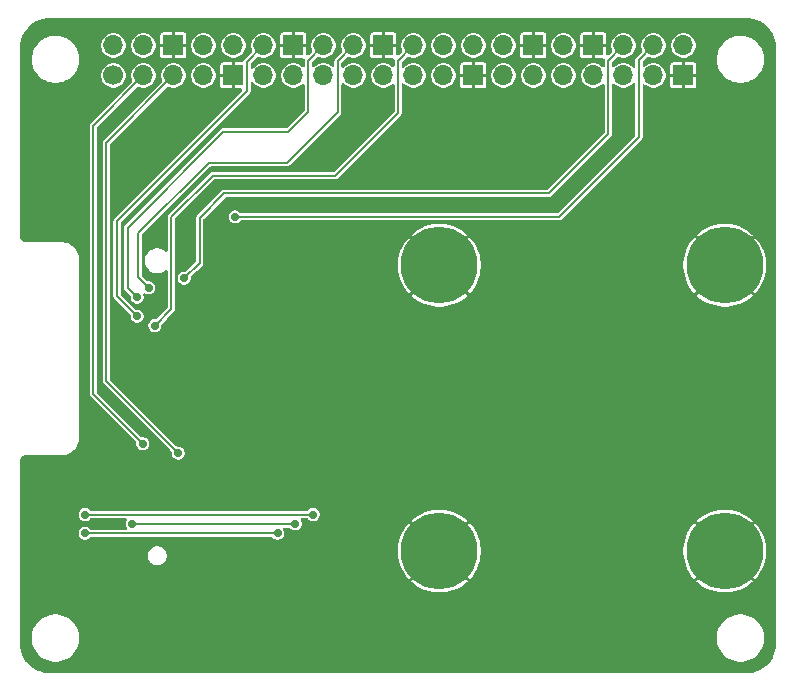
<source format=gbr>
%TF.GenerationSoftware,KiCad,Pcbnew,9.0.3*%
%TF.CreationDate,2025-08-29T17:44:56+02:00*%
%TF.ProjectId,RadioHAT,52616469-6f48-4415-942e-6b696361645f,rev?*%
%TF.SameCoordinates,Original*%
%TF.FileFunction,Copper,L2,Bot*%
%TF.FilePolarity,Positive*%
%FSLAX46Y46*%
G04 Gerber Fmt 4.6, Leading zero omitted, Abs format (unit mm)*
G04 Created by KiCad (PCBNEW 9.0.3) date 2025-08-29 17:44:56*
%MOMM*%
%LPD*%
G01*
G04 APERTURE LIST*
%TA.AperFunction,ComponentPad*%
%ADD10C,6.500000*%
%TD*%
%TA.AperFunction,ComponentPad*%
%ADD11C,1.700000*%
%TD*%
%TA.AperFunction,ComponentPad*%
%ADD12O,1.700000X1.700000*%
%TD*%
%TA.AperFunction,ComponentPad*%
%ADD13R,1.700000X1.700000*%
%TD*%
%TA.AperFunction,ViaPad*%
%ADD14C,0.700000*%
%TD*%
%TA.AperFunction,Conductor*%
%ADD15C,0.200000*%
%TD*%
G04 APERTURE END LIST*
D10*
%TO.P,J2,55,MNT_HALF*%
%TO.N,GND*%
X143500000Y-91700000D03*
%TO.P,J2,56,MNT_HALF*%
X143500000Y-115900000D03*
%TO.P,J2,57,MNT_FULL*%
X167650000Y-91700000D03*
%TO.P,J2,58,MNT_FULL*%
X167650000Y-115900000D03*
%TD*%
D11*
%TO.P,J1,1,3.3V*%
%TO.N,+3.3V*%
X115900000Y-75628000D03*
D12*
%TO.P,J1,2,5V*%
%TO.N,unconnected-(J1-5V-Pad2)*%
X115900000Y-73088000D03*
%TO.P,J1,3,BCM2_SDA*%
%TO.N,SDA*%
X118440000Y-75628000D03*
%TO.P,J1,4,5V*%
%TO.N,unconnected-(J1-5V-Pad4)*%
X118440000Y-73088000D03*
%TO.P,J1,5,BCM3_SCL*%
%TO.N,SCL*%
X120980000Y-75628000D03*
D13*
%TO.P,J1,6,GND*%
%TO.N,GND*%
X120980000Y-73088000D03*
D12*
%TO.P,J1,7,BCM4_GPCLK0*%
%TO.N,unconnected-(J1-BCM4_GPCLK0-Pad7)*%
X123520000Y-75628000D03*
%TO.P,J1,8,BCM14_TXD*%
%TO.N,unconnected-(J1-BCM14_TXD-Pad8)*%
X123520000Y-73088000D03*
D13*
%TO.P,J1,9,GND*%
%TO.N,GND*%
X126060000Y-75628000D03*
D12*
%TO.P,J1,10,BCM15_RXD*%
%TO.N,unconnected-(J1-BCM15_RXD-Pad10)*%
X126060000Y-73088000D03*
%TO.P,J1,11,BCM17*%
%TO.N,unconnected-(J1-BCM17-Pad11)*%
X128600000Y-75628000D03*
%TO.P,J1,12,BCM18_PCM_C*%
%TO.N,RST0*%
X128600000Y-73088000D03*
%TO.P,J1,13,BCM27*%
%TO.N,unconnected-(J1-BCM27-Pad13)*%
X131140000Y-75628000D03*
D13*
%TO.P,J1,14,GND*%
%TO.N,GND*%
X131140000Y-73088000D03*
D12*
%TO.P,J1,15,BCM22*%
%TO.N,unconnected-(J1-BCM22-Pad15)*%
X133680000Y-75628000D03*
%TO.P,J1,16,BCM23*%
%TO.N,GPIO1*%
X133680000Y-73088000D03*
%TO.P,J1,17,3.3V*%
%TO.N,+3.3V*%
X136220000Y-75628000D03*
%TO.P,J1,18,BCM24*%
%TO.N,IRQ1*%
X136220000Y-73088000D03*
%TO.P,J1,19,BCM10_MOSI*%
%TO.N,MOSI*%
X138760000Y-75628000D03*
D13*
%TO.P,J1,20,GND*%
%TO.N,GND*%
X138760000Y-73088000D03*
D12*
%TO.P,J1,21,BCM9_MISO*%
%TO.N,MISO*%
X141300000Y-75628000D03*
%TO.P,J1,22,BCM25*%
%TO.N,RST1*%
X141300000Y-73088000D03*
%TO.P,J1,23,BCM11_SCLK*%
%TO.N,SCK*%
X143840000Y-75628000D03*
%TO.P,J1,24,BCM8_CE0*%
%TO.N,unconnected-(J1-BCM8_CE0-Pad24)*%
X143840000Y-73088000D03*
D13*
%TO.P,J1,25,GND*%
%TO.N,GND*%
X146380000Y-75628000D03*
D12*
%TO.P,J1,26,BCM7_CE1*%
%TO.N,unconnected-(J1-BCM7_CE1-Pad26)*%
X146380000Y-73088000D03*
%TO.P,J1,27,BCM0_ID_SD*%
%TO.N,unconnected-(J1-BCM0_ID_SD-Pad27)*%
X148920000Y-75628000D03*
%TO.P,J1,28,BCM1_ID_SC*%
%TO.N,unconnected-(J1-BCM1_ID_SC-Pad28)*%
X148920000Y-73088000D03*
%TO.P,J1,29,BCM5*%
%TO.N,unconnected-(J1-BCM5-Pad29)*%
X151460000Y-75628000D03*
D13*
%TO.P,J1,30,GND*%
%TO.N,GND*%
X151460000Y-73088000D03*
D12*
%TO.P,J1,31,BCM6*%
%TO.N,unconnected-(J1-BCM6-Pad31)*%
X154000000Y-75628000D03*
%TO.P,J1,32,BCM12_PWM0*%
%TO.N,unconnected-(J1-BCM12_PWM0-Pad32)*%
X154000000Y-73088000D03*
%TO.P,J1,33,BCM13_PWM1*%
%TO.N,unconnected-(J1-BCM13_PWM1-Pad33)*%
X156540000Y-75628000D03*
D13*
%TO.P,J1,34,GND*%
%TO.N,GND*%
X156540000Y-73088000D03*
D12*
%TO.P,J1,35,BCM19_MISO_PCM_FS*%
%TO.N,unconnected-(J1-BCM19_MISO_PCM_FS-Pad35)*%
X159080000Y-75628000D03*
%TO.P,J1,36,BCM16*%
%TO.N,IRQ0*%
X159080000Y-73088000D03*
%TO.P,J1,37,BCM26*%
%TO.N,unconnected-(J1-BCM26-Pad37)*%
X161620000Y-75628000D03*
%TO.P,J1,38,BCM20_MOSI_PCM_DI*%
%TO.N,GPIO0*%
X161620000Y-73088000D03*
D13*
%TO.P,J1,39,GND*%
%TO.N,GND*%
X164160000Y-75628000D03*
D12*
%TO.P,J1,40,BCM21_SCLK_PCM_DO*%
%TO.N,NSS*%
X164160000Y-73088000D03*
%TD*%
D14*
%TO.N,GPIO1*%
X117900000Y-94400000D03*
%TO.N,SDA*%
X118400000Y-106800000D03*
%TO.N,IRQ0*%
X121900000Y-92800000D03*
%TO.N,RST1*%
X119400000Y-96800000D03*
%TO.N,MISO*%
X131300000Y-113600000D03*
X117500000Y-113600000D03*
%TO.N,RST0*%
X117900000Y-96000000D03*
%TO.N,MOSI*%
X113500000Y-114400000D03*
X129800000Y-114400000D03*
%TO.N,SCK*%
X132800000Y-112800000D03*
X113500000Y-112800000D03*
%TO.N,SCL*%
X121400000Y-107600000D03*
%TO.N,GPIO0*%
X126200000Y-87600000D03*
%TO.N,IRQ1*%
X118900000Y-93600000D03*
%TD*%
D15*
%TO.N,GPIO1*%
X117100000Y-88500000D02*
X125200000Y-80400000D01*
X117100000Y-93600000D02*
X117100000Y-88500000D01*
X132400000Y-78700000D02*
X132400000Y-74368000D01*
X125200000Y-80400000D02*
X130700000Y-80400000D01*
X117900000Y-94400000D02*
X117100000Y-93600000D01*
X130700000Y-80400000D02*
X132400000Y-78700000D01*
X132400000Y-74368000D02*
X133680000Y-73088000D01*
%TO.N,SDA*%
X114200000Y-79868000D02*
X118440000Y-75628000D01*
X114200000Y-102600000D02*
X114200000Y-79868000D01*
X118400000Y-106800000D02*
X114200000Y-102600000D01*
%TO.N,IRQ0*%
X157800000Y-80600000D02*
X157800000Y-74368000D01*
X157800000Y-74368000D02*
X159080000Y-73088000D01*
X123200000Y-87700000D02*
X125300000Y-85600000D01*
X121900000Y-92800000D02*
X123200000Y-91500000D01*
X123200000Y-91500000D02*
X123200000Y-87700000D01*
X152800000Y-85600000D02*
X157800000Y-80600000D01*
X125300000Y-85600000D02*
X152800000Y-85600000D01*
%TO.N,RST1*%
X120800000Y-95400000D02*
X120800000Y-87600000D01*
X124300000Y-84100000D02*
X134700000Y-84100000D01*
X119400000Y-96800000D02*
X120800000Y-95400000D01*
X134700000Y-84100000D02*
X140000000Y-78800000D01*
X140000000Y-78800000D02*
X140000000Y-74388000D01*
X120800000Y-87600000D02*
X124300000Y-84100000D01*
X140000000Y-74388000D02*
X141300000Y-73088000D01*
%TO.N,MISO*%
X131300000Y-113600000D02*
X117500000Y-113600000D01*
%TO.N,RST0*%
X117900000Y-96000000D02*
X116200000Y-94300000D01*
X116200000Y-94300000D02*
X116200000Y-87950000D01*
X116200000Y-87950000D02*
X127211000Y-76939000D01*
X127211000Y-74477000D02*
X128600000Y-73088000D01*
X127211000Y-76939000D02*
X127211000Y-74477000D01*
%TO.N,MOSI*%
X129800000Y-114400000D02*
X113500000Y-114400000D01*
%TO.N,SCK*%
X132800000Y-112800000D02*
X113500000Y-112800000D01*
%TO.N,SCL*%
X121400000Y-107600000D02*
X115300000Y-101500000D01*
X115300000Y-101500000D02*
X115300000Y-81308000D01*
X115300000Y-81308000D02*
X120980000Y-75628000D01*
%TO.N,GPIO0*%
X153600000Y-87600000D02*
X160400000Y-80800000D01*
X160400000Y-74308000D02*
X161620000Y-73088000D01*
X126200000Y-87600000D02*
X153600000Y-87600000D01*
X160400000Y-80800000D02*
X160400000Y-74308000D01*
%TO.N,IRQ1*%
X134900000Y-78700000D02*
X134900000Y-74408000D01*
X130600000Y-83000000D02*
X134900000Y-78700000D01*
X118900000Y-93600000D02*
X118000000Y-92700000D01*
X134900000Y-74408000D02*
X136220000Y-73088000D01*
X118000000Y-89000000D02*
X124000000Y-83000000D01*
X124000000Y-83000000D02*
X130600000Y-83000000D01*
X118000000Y-92700000D02*
X118000000Y-89000000D01*
%TD*%
%TA.AperFunction,Conductor*%
%TO.N,GND*%
G36*
X169503736Y-70750726D02*
G01*
X169793796Y-70768271D01*
X169808659Y-70770076D01*
X170090798Y-70821780D01*
X170105335Y-70825363D01*
X170379172Y-70910695D01*
X170393163Y-70916000D01*
X170654743Y-71033727D01*
X170667989Y-71040680D01*
X170913465Y-71189075D01*
X170925776Y-71197573D01*
X171151573Y-71374473D01*
X171162781Y-71384403D01*
X171365596Y-71587218D01*
X171375526Y-71598426D01*
X171495481Y-71751538D01*
X171552422Y-71824217D01*
X171560928Y-71836540D01*
X171709316Y-72082004D01*
X171716275Y-72095263D01*
X171833997Y-72356831D01*
X171839306Y-72370832D01*
X171924635Y-72644663D01*
X171928219Y-72659201D01*
X171979923Y-72941340D01*
X171981728Y-72956205D01*
X171999274Y-73246263D01*
X171999500Y-73253750D01*
X171999500Y-123746249D01*
X171999274Y-123753736D01*
X171981728Y-124043794D01*
X171979923Y-124058659D01*
X171928219Y-124340798D01*
X171924635Y-124355336D01*
X171839306Y-124629167D01*
X171833997Y-124643168D01*
X171716275Y-124904736D01*
X171709316Y-124917995D01*
X171560928Y-125163459D01*
X171552422Y-125175782D01*
X171375526Y-125401573D01*
X171365596Y-125412781D01*
X171162781Y-125615596D01*
X171151573Y-125625526D01*
X170925782Y-125802422D01*
X170913459Y-125810928D01*
X170667995Y-125959316D01*
X170654736Y-125966275D01*
X170393168Y-126083997D01*
X170379167Y-126089306D01*
X170105336Y-126174635D01*
X170090798Y-126178219D01*
X169808659Y-126229923D01*
X169793794Y-126231728D01*
X169503736Y-126249274D01*
X169496249Y-126249500D01*
X110503751Y-126249500D01*
X110496264Y-126249274D01*
X110206205Y-126231728D01*
X110191340Y-126229923D01*
X109909201Y-126178219D01*
X109894663Y-126174635D01*
X109620832Y-126089306D01*
X109606831Y-126083997D01*
X109345263Y-125966275D01*
X109332004Y-125959316D01*
X109086540Y-125810928D01*
X109074217Y-125802422D01*
X108848426Y-125625526D01*
X108837218Y-125615596D01*
X108634403Y-125412781D01*
X108624473Y-125401573D01*
X108506115Y-125250500D01*
X108447573Y-125175776D01*
X108439075Y-125163465D01*
X108290680Y-124917989D01*
X108283727Y-124904743D01*
X108166000Y-124643163D01*
X108160693Y-124629167D01*
X108142832Y-124571850D01*
X108075363Y-124355335D01*
X108071780Y-124340798D01*
X108020076Y-124058659D01*
X108018271Y-124043794D01*
X108000726Y-123753736D01*
X108000500Y-123746249D01*
X108000500Y-123118872D01*
X108999499Y-123118872D01*
X108999499Y-123381127D01*
X109020435Y-123540140D01*
X109033729Y-123641116D01*
X109101601Y-123894420D01*
X109101604Y-123894427D01*
X109201954Y-124136693D01*
X109201959Y-124136704D01*
X109333071Y-124363795D01*
X109333082Y-124363811D01*
X109492715Y-124571850D01*
X109492721Y-124571857D01*
X109678142Y-124757278D01*
X109678148Y-124757283D01*
X109886197Y-124916924D01*
X109886204Y-124916928D01*
X110113295Y-125048040D01*
X110113300Y-125048042D01*
X110113303Y-125048044D01*
X110355580Y-125148399D01*
X110608884Y-125216271D01*
X110868880Y-125250501D01*
X110868887Y-125250501D01*
X111131113Y-125250501D01*
X111131120Y-125250501D01*
X111391116Y-125216271D01*
X111644420Y-125148399D01*
X111886697Y-125048044D01*
X112113803Y-124916924D01*
X112321852Y-124757283D01*
X112507283Y-124571852D01*
X112666924Y-124363803D01*
X112798044Y-124136697D01*
X112898399Y-123894420D01*
X112966271Y-123641116D01*
X113000501Y-123381120D01*
X113000501Y-123118880D01*
X113000500Y-123118872D01*
X166999499Y-123118872D01*
X166999499Y-123381127D01*
X167020435Y-123540140D01*
X167033729Y-123641116D01*
X167101601Y-123894420D01*
X167101604Y-123894427D01*
X167201954Y-124136693D01*
X167201959Y-124136704D01*
X167333071Y-124363795D01*
X167333082Y-124363811D01*
X167492715Y-124571850D01*
X167492721Y-124571857D01*
X167678142Y-124757278D01*
X167678148Y-124757283D01*
X167886197Y-124916924D01*
X167886204Y-124916928D01*
X168113295Y-125048040D01*
X168113300Y-125048042D01*
X168113303Y-125048044D01*
X168355580Y-125148399D01*
X168608884Y-125216271D01*
X168868880Y-125250501D01*
X168868887Y-125250501D01*
X169131113Y-125250501D01*
X169131120Y-125250501D01*
X169391116Y-125216271D01*
X169644420Y-125148399D01*
X169886697Y-125048044D01*
X170113803Y-124916924D01*
X170321852Y-124757283D01*
X170507283Y-124571852D01*
X170666924Y-124363803D01*
X170798044Y-124136697D01*
X170898399Y-123894420D01*
X170966271Y-123641116D01*
X171000501Y-123381120D01*
X171000501Y-123118880D01*
X170966271Y-122858884D01*
X170898399Y-122605580D01*
X170798044Y-122363303D01*
X170798042Y-122363300D01*
X170798040Y-122363295D01*
X170666928Y-122136204D01*
X170666924Y-122136197D01*
X170507283Y-121928148D01*
X170507278Y-121928142D01*
X170321857Y-121742721D01*
X170321850Y-121742715D01*
X170113811Y-121583082D01*
X170113809Y-121583080D01*
X170113803Y-121583076D01*
X170113798Y-121583073D01*
X170113795Y-121583071D01*
X169886704Y-121451959D01*
X169886693Y-121451954D01*
X169644427Y-121351604D01*
X169644428Y-121351604D01*
X169644420Y-121351601D01*
X169391116Y-121283729D01*
X169347662Y-121278008D01*
X169131127Y-121249499D01*
X169131120Y-121249499D01*
X168868880Y-121249499D01*
X168868872Y-121249499D01*
X168621402Y-121282080D01*
X168608884Y-121283729D01*
X168524449Y-121306353D01*
X168355586Y-121351599D01*
X168355572Y-121351604D01*
X168113306Y-121451954D01*
X168113295Y-121451959D01*
X167886204Y-121583071D01*
X167886188Y-121583082D01*
X167678149Y-121742715D01*
X167678142Y-121742721D01*
X167492721Y-121928142D01*
X167492715Y-121928149D01*
X167333082Y-122136188D01*
X167333071Y-122136204D01*
X167201959Y-122363295D01*
X167201954Y-122363306D01*
X167101604Y-122605572D01*
X167101599Y-122605586D01*
X167033730Y-122858881D01*
X167033728Y-122858892D01*
X166999499Y-123118872D01*
X113000500Y-123118872D01*
X112966271Y-122858884D01*
X112898399Y-122605580D01*
X112798044Y-122363303D01*
X112798042Y-122363300D01*
X112798040Y-122363295D01*
X112666928Y-122136204D01*
X112666924Y-122136197D01*
X112507283Y-121928148D01*
X112507278Y-121928142D01*
X112321857Y-121742721D01*
X112321850Y-121742715D01*
X112113811Y-121583082D01*
X112113809Y-121583080D01*
X112113803Y-121583076D01*
X112113798Y-121583073D01*
X112113795Y-121583071D01*
X111886704Y-121451959D01*
X111886693Y-121451954D01*
X111644427Y-121351604D01*
X111644428Y-121351604D01*
X111644420Y-121351601D01*
X111391116Y-121283729D01*
X111347662Y-121278008D01*
X111131127Y-121249499D01*
X111131120Y-121249499D01*
X110868880Y-121249499D01*
X110868872Y-121249499D01*
X110621402Y-121282080D01*
X110608884Y-121283729D01*
X110524449Y-121306353D01*
X110355586Y-121351599D01*
X110355572Y-121351604D01*
X110113306Y-121451954D01*
X110113295Y-121451959D01*
X109886204Y-121583071D01*
X109886188Y-121583082D01*
X109678149Y-121742715D01*
X109678142Y-121742721D01*
X109492721Y-121928142D01*
X109492715Y-121928149D01*
X109333082Y-122136188D01*
X109333071Y-122136204D01*
X109201959Y-122363295D01*
X109201954Y-122363306D01*
X109101604Y-122605572D01*
X109101599Y-122605586D01*
X109033730Y-122858881D01*
X109033728Y-122858892D01*
X108999499Y-123118872D01*
X108000500Y-123118872D01*
X108000500Y-116221153D01*
X118799500Y-116221153D01*
X118799500Y-116378846D01*
X118830261Y-116533489D01*
X118830264Y-116533501D01*
X118890602Y-116679172D01*
X118890609Y-116679185D01*
X118978210Y-116810288D01*
X118978213Y-116810292D01*
X119089707Y-116921786D01*
X119089711Y-116921789D01*
X119220814Y-117009390D01*
X119220827Y-117009397D01*
X119366498Y-117069735D01*
X119366503Y-117069737D01*
X119521153Y-117100499D01*
X119521156Y-117100500D01*
X119521158Y-117100500D01*
X119678844Y-117100500D01*
X119678845Y-117100499D01*
X119833497Y-117069737D01*
X119979179Y-117009394D01*
X120110289Y-116921789D01*
X120221789Y-116810289D01*
X120309394Y-116679179D01*
X120369737Y-116533497D01*
X120400500Y-116378842D01*
X120400500Y-116221158D01*
X120400500Y-116221155D01*
X120400499Y-116221153D01*
X120369738Y-116066510D01*
X120369737Y-116066503D01*
X120369735Y-116066498D01*
X120309397Y-115920827D01*
X120309390Y-115920814D01*
X120224590Y-115793903D01*
X120224589Y-115793901D01*
X120224588Y-115793900D01*
X120221788Y-115789709D01*
X120160138Y-115728059D01*
X140000000Y-115728059D01*
X140000000Y-116071940D01*
X140033705Y-116414165D01*
X140033708Y-116414182D01*
X140100791Y-116751437D01*
X140100792Y-116751443D01*
X140200623Y-117080540D01*
X140332219Y-117398241D01*
X140332226Y-117398255D01*
X140494322Y-117701518D01*
X140494333Y-117701536D01*
X140685377Y-117987453D01*
X140685387Y-117987467D01*
X140903543Y-118253290D01*
X140936738Y-118286484D01*
X141891331Y-117331890D01*
X142068107Y-117508666D01*
X141113514Y-118463260D01*
X141146709Y-118496456D01*
X141412532Y-118714612D01*
X141412546Y-118714622D01*
X141698463Y-118905666D01*
X141698481Y-118905677D01*
X142001744Y-119067773D01*
X142001758Y-119067780D01*
X142319459Y-119199376D01*
X142648556Y-119299207D01*
X142648562Y-119299208D01*
X142985817Y-119366291D01*
X142985834Y-119366294D01*
X143328059Y-119400000D01*
X143671941Y-119400000D01*
X144014165Y-119366294D01*
X144014182Y-119366291D01*
X144351437Y-119299208D01*
X144351443Y-119299207D01*
X144680540Y-119199376D01*
X144998241Y-119067780D01*
X144998255Y-119067773D01*
X145301518Y-118905677D01*
X145301536Y-118905666D01*
X145587453Y-118714622D01*
X145587467Y-118714612D01*
X145853295Y-118496452D01*
X145886485Y-118463261D01*
X145886485Y-118463260D01*
X144931891Y-117508667D01*
X145108667Y-117331891D01*
X146063260Y-118286485D01*
X146063262Y-118286485D01*
X146096452Y-118253295D01*
X146314612Y-117987467D01*
X146314622Y-117987453D01*
X146505666Y-117701536D01*
X146505677Y-117701518D01*
X146667773Y-117398255D01*
X146667780Y-117398241D01*
X146799376Y-117080540D01*
X146899207Y-116751443D01*
X146899208Y-116751437D01*
X146966291Y-116414182D01*
X146966294Y-116414165D01*
X147000000Y-116071940D01*
X147000000Y-115728059D01*
X164150000Y-115728059D01*
X164150000Y-116071940D01*
X164183705Y-116414165D01*
X164183708Y-116414182D01*
X164250791Y-116751437D01*
X164250792Y-116751443D01*
X164350623Y-117080540D01*
X164482219Y-117398241D01*
X164482226Y-117398255D01*
X164644322Y-117701518D01*
X164644333Y-117701536D01*
X164835377Y-117987453D01*
X164835387Y-117987467D01*
X165053543Y-118253290D01*
X165086738Y-118286484D01*
X166041331Y-117331890D01*
X166218107Y-117508666D01*
X165263514Y-118463260D01*
X165296709Y-118496456D01*
X165562532Y-118714612D01*
X165562546Y-118714622D01*
X165848463Y-118905666D01*
X165848481Y-118905677D01*
X166151744Y-119067773D01*
X166151758Y-119067780D01*
X166469459Y-119199376D01*
X166798556Y-119299207D01*
X166798562Y-119299208D01*
X167135817Y-119366291D01*
X167135834Y-119366294D01*
X167478059Y-119400000D01*
X167821941Y-119400000D01*
X168164165Y-119366294D01*
X168164182Y-119366291D01*
X168501437Y-119299208D01*
X168501443Y-119299207D01*
X168830540Y-119199376D01*
X169148241Y-119067780D01*
X169148255Y-119067773D01*
X169451518Y-118905677D01*
X169451536Y-118905666D01*
X169737453Y-118714622D01*
X169737467Y-118714612D01*
X170003295Y-118496452D01*
X170036485Y-118463261D01*
X170036485Y-118463260D01*
X169081891Y-117508667D01*
X169258667Y-117331892D01*
X170213260Y-118286485D01*
X170213262Y-118286485D01*
X170246452Y-118253295D01*
X170464612Y-117987467D01*
X170464622Y-117987453D01*
X170655666Y-117701536D01*
X170655677Y-117701518D01*
X170817773Y-117398255D01*
X170817780Y-117398241D01*
X170949376Y-117080540D01*
X171049207Y-116751443D01*
X171049208Y-116751437D01*
X171116291Y-116414182D01*
X171116294Y-116414165D01*
X171150000Y-116071940D01*
X171150000Y-115728059D01*
X171116294Y-115385834D01*
X171116291Y-115385817D01*
X171049208Y-115048562D01*
X171049207Y-115048556D01*
X170949376Y-114719459D01*
X170817780Y-114401758D01*
X170817773Y-114401744D01*
X170655677Y-114098481D01*
X170655666Y-114098463D01*
X170464622Y-113812546D01*
X170464612Y-113812532D01*
X170246456Y-113546709D01*
X170213261Y-113513514D01*
X170213260Y-113513514D01*
X169258666Y-114468107D01*
X169081890Y-114291331D01*
X170036485Y-113336738D01*
X170003290Y-113303543D01*
X169737467Y-113085387D01*
X169737453Y-113085377D01*
X169451536Y-112894333D01*
X169451518Y-112894322D01*
X169148255Y-112732226D01*
X169148241Y-112732219D01*
X168830540Y-112600623D01*
X168501443Y-112500792D01*
X168501437Y-112500791D01*
X168164182Y-112433708D01*
X168164165Y-112433705D01*
X167821941Y-112400000D01*
X167478059Y-112400000D01*
X167135834Y-112433705D01*
X167135817Y-112433708D01*
X166798562Y-112500791D01*
X166798556Y-112500792D01*
X166469459Y-112600623D01*
X166151758Y-112732219D01*
X166151744Y-112732226D01*
X165848481Y-112894322D01*
X165848463Y-112894333D01*
X165562546Y-113085377D01*
X165562532Y-113085387D01*
X165296703Y-113303548D01*
X165263514Y-113336737D01*
X166218108Y-114291332D01*
X166041332Y-114468108D01*
X165086738Y-113513514D01*
X165086737Y-113513514D01*
X165053548Y-113546703D01*
X164835387Y-113812532D01*
X164835377Y-113812546D01*
X164644333Y-114098463D01*
X164644322Y-114098481D01*
X164482226Y-114401744D01*
X164482219Y-114401758D01*
X164350623Y-114719459D01*
X164250792Y-115048556D01*
X164250791Y-115048562D01*
X164183708Y-115385817D01*
X164183705Y-115385834D01*
X164150000Y-115728059D01*
X147000000Y-115728059D01*
X146966294Y-115385834D01*
X146966291Y-115385817D01*
X146899208Y-115048562D01*
X146899207Y-115048556D01*
X146799376Y-114719459D01*
X146667780Y-114401758D01*
X146667773Y-114401744D01*
X146505677Y-114098481D01*
X146505666Y-114098463D01*
X146314622Y-113812546D01*
X146314612Y-113812532D01*
X146096456Y-113546709D01*
X146063261Y-113513514D01*
X146063260Y-113513514D01*
X145108666Y-114468107D01*
X144931890Y-114291331D01*
X145886485Y-113336738D01*
X145853290Y-113303543D01*
X145587467Y-113085387D01*
X145587453Y-113085377D01*
X145301536Y-112894333D01*
X145301518Y-112894322D01*
X144998255Y-112732226D01*
X144998241Y-112732219D01*
X144680540Y-112600623D01*
X144351443Y-112500792D01*
X144351437Y-112500791D01*
X144014182Y-112433708D01*
X144014165Y-112433705D01*
X143671941Y-112400000D01*
X143328059Y-112400000D01*
X142985834Y-112433705D01*
X142985817Y-112433708D01*
X142648562Y-112500791D01*
X142648556Y-112500792D01*
X142319459Y-112600623D01*
X142001758Y-112732219D01*
X142001744Y-112732226D01*
X141698481Y-112894322D01*
X141698463Y-112894333D01*
X141412546Y-113085377D01*
X141412532Y-113085387D01*
X141146703Y-113303548D01*
X141113514Y-113336737D01*
X142068108Y-114291332D01*
X141891332Y-114468108D01*
X140936738Y-113513514D01*
X140936737Y-113513514D01*
X140903548Y-113546703D01*
X140685387Y-113812532D01*
X140685377Y-113812546D01*
X140494333Y-114098463D01*
X140494322Y-114098481D01*
X140332226Y-114401744D01*
X140332219Y-114401758D01*
X140200623Y-114719459D01*
X140100792Y-115048556D01*
X140100791Y-115048562D01*
X140033708Y-115385817D01*
X140033705Y-115385834D01*
X140000000Y-115728059D01*
X120160138Y-115728059D01*
X120110292Y-115678213D01*
X120110288Y-115678210D01*
X119979185Y-115590609D01*
X119979172Y-115590602D01*
X119833501Y-115530264D01*
X119833489Y-115530261D01*
X119678845Y-115499500D01*
X119678842Y-115499500D01*
X119521158Y-115499500D01*
X119521155Y-115499500D01*
X119366510Y-115530261D01*
X119366498Y-115530264D01*
X119220827Y-115590602D01*
X119220814Y-115590609D01*
X119089711Y-115678210D01*
X119089707Y-115678213D01*
X118978213Y-115789707D01*
X118978210Y-115789711D01*
X118890609Y-115920814D01*
X118890602Y-115920827D01*
X118830264Y-116066498D01*
X118830261Y-116066510D01*
X118799500Y-116221153D01*
X108000500Y-116221153D01*
X108000500Y-112727525D01*
X112949500Y-112727525D01*
X112949500Y-112872475D01*
X112987016Y-113012485D01*
X112987017Y-113012488D01*
X113059488Y-113138011D01*
X113059490Y-113138013D01*
X113059491Y-113138015D01*
X113161985Y-113240509D01*
X113161986Y-113240510D01*
X113161988Y-113240511D01*
X113287511Y-113312982D01*
X113287512Y-113312982D01*
X113287515Y-113312984D01*
X113427525Y-113350500D01*
X113427528Y-113350500D01*
X113572472Y-113350500D01*
X113572475Y-113350500D01*
X113712485Y-113312984D01*
X113838015Y-113240509D01*
X113940509Y-113138015D01*
X113940509Y-113138014D01*
X113941705Y-113136819D01*
X114003028Y-113103334D01*
X114029386Y-113100500D01*
X116937950Y-113100500D01*
X117004989Y-113120185D01*
X117050744Y-113172989D01*
X117060688Y-113242147D01*
X117045337Y-113286500D01*
X116987017Y-113387511D01*
X116987016Y-113387515D01*
X116949500Y-113527525D01*
X116949500Y-113672475D01*
X116970273Y-113750000D01*
X116987017Y-113812488D01*
X117045337Y-113913500D01*
X117061810Y-113981400D01*
X117038958Y-114047427D01*
X116984037Y-114090617D01*
X116937950Y-114099500D01*
X114029386Y-114099500D01*
X113962347Y-114079815D01*
X113941705Y-114063181D01*
X113838017Y-113959493D01*
X113838011Y-113959488D01*
X113712488Y-113887017D01*
X113712489Y-113887017D01*
X113701006Y-113883940D01*
X113572475Y-113849500D01*
X113427525Y-113849500D01*
X113298993Y-113883940D01*
X113287511Y-113887017D01*
X113161988Y-113959488D01*
X113161982Y-113959493D01*
X113059493Y-114061982D01*
X113059488Y-114061988D01*
X112987017Y-114187511D01*
X112987016Y-114187515D01*
X112949500Y-114327525D01*
X112949500Y-114472475D01*
X112987016Y-114612485D01*
X112987017Y-114612488D01*
X113059488Y-114738011D01*
X113059490Y-114738013D01*
X113059491Y-114738015D01*
X113161985Y-114840509D01*
X113161986Y-114840510D01*
X113161988Y-114840511D01*
X113287511Y-114912982D01*
X113287512Y-114912982D01*
X113287515Y-114912984D01*
X113427525Y-114950500D01*
X113427528Y-114950500D01*
X113572472Y-114950500D01*
X113572475Y-114950500D01*
X113712485Y-114912984D01*
X113838015Y-114840509D01*
X113940509Y-114738015D01*
X113940509Y-114738014D01*
X113941705Y-114736819D01*
X114003028Y-114703334D01*
X114029386Y-114700500D01*
X129270614Y-114700500D01*
X129337653Y-114720185D01*
X129358295Y-114736819D01*
X129359491Y-114738015D01*
X129461985Y-114840509D01*
X129461986Y-114840510D01*
X129461988Y-114840511D01*
X129587511Y-114912982D01*
X129587512Y-114912982D01*
X129587515Y-114912984D01*
X129727525Y-114950500D01*
X129727528Y-114950500D01*
X129872472Y-114950500D01*
X129872475Y-114950500D01*
X130012485Y-114912984D01*
X130138015Y-114840509D01*
X130240509Y-114738015D01*
X130312984Y-114612485D01*
X130350500Y-114472475D01*
X130350500Y-114327525D01*
X130312984Y-114187515D01*
X130291613Y-114150500D01*
X130254663Y-114086500D01*
X130238190Y-114018600D01*
X130261042Y-113952573D01*
X130315963Y-113909383D01*
X130362050Y-113900500D01*
X130770614Y-113900500D01*
X130837653Y-113920185D01*
X130858295Y-113936819D01*
X130859491Y-113938015D01*
X130961985Y-114040509D01*
X130961986Y-114040510D01*
X130961988Y-114040511D01*
X131087511Y-114112982D01*
X131087512Y-114112982D01*
X131087515Y-114112984D01*
X131227525Y-114150500D01*
X131227528Y-114150500D01*
X131372472Y-114150500D01*
X131372475Y-114150500D01*
X131512485Y-114112984D01*
X131638015Y-114040509D01*
X131740509Y-113938015D01*
X131812984Y-113812485D01*
X131850500Y-113672475D01*
X131850500Y-113527525D01*
X131812984Y-113387515D01*
X131791613Y-113350500D01*
X131754663Y-113286500D01*
X131738190Y-113218600D01*
X131761042Y-113152573D01*
X131815963Y-113109383D01*
X131862050Y-113100500D01*
X132270614Y-113100500D01*
X132337653Y-113120185D01*
X132358295Y-113136819D01*
X132359491Y-113138015D01*
X132461985Y-113240509D01*
X132461986Y-113240510D01*
X132461988Y-113240511D01*
X132587511Y-113312982D01*
X132587512Y-113312982D01*
X132587515Y-113312984D01*
X132727525Y-113350500D01*
X132727528Y-113350500D01*
X132872472Y-113350500D01*
X132872475Y-113350500D01*
X133012485Y-113312984D01*
X133138015Y-113240509D01*
X133240509Y-113138015D01*
X133312984Y-113012485D01*
X133350500Y-112872475D01*
X133350500Y-112727525D01*
X133312984Y-112587515D01*
X133262914Y-112500792D01*
X133240511Y-112461988D01*
X133240506Y-112461982D01*
X133138017Y-112359493D01*
X133138011Y-112359488D01*
X133012488Y-112287017D01*
X133012489Y-112287017D01*
X133001006Y-112283940D01*
X132872475Y-112249500D01*
X132727525Y-112249500D01*
X132598993Y-112283940D01*
X132587511Y-112287017D01*
X132461988Y-112359488D01*
X132461982Y-112359493D01*
X132358295Y-112463181D01*
X132296972Y-112496666D01*
X132270614Y-112499500D01*
X114029386Y-112499500D01*
X113962347Y-112479815D01*
X113941705Y-112463181D01*
X113838017Y-112359493D01*
X113838011Y-112359488D01*
X113712488Y-112287017D01*
X113712489Y-112287017D01*
X113701006Y-112283940D01*
X113572475Y-112249500D01*
X113427525Y-112249500D01*
X113298993Y-112283940D01*
X113287511Y-112287017D01*
X113161988Y-112359488D01*
X113161982Y-112359493D01*
X113059493Y-112461982D01*
X113059488Y-112461988D01*
X112987017Y-112587511D01*
X112987016Y-112587515D01*
X112949500Y-112727525D01*
X108000500Y-112727525D01*
X108000500Y-108256961D01*
X108001280Y-108243077D01*
X108011459Y-108152731D01*
X108017635Y-108125670D01*
X108045353Y-108046456D01*
X108057396Y-108021450D01*
X108102046Y-107950389D01*
X108119351Y-107928690D01*
X108178690Y-107869351D01*
X108200389Y-107852046D01*
X108271450Y-107807396D01*
X108296456Y-107795353D01*
X108375670Y-107767635D01*
X108402733Y-107761459D01*
X108465419Y-107754396D01*
X108493079Y-107751280D01*
X108506962Y-107750500D01*
X111607317Y-107750500D01*
X111607318Y-107750500D01*
X111789612Y-107724290D01*
X111819764Y-107719955D01*
X111819765Y-107719954D01*
X111819769Y-107719954D01*
X112025710Y-107659484D01*
X112025713Y-107659482D01*
X112025715Y-107659482D01*
X112220938Y-107570327D01*
X112220944Y-107570323D01*
X112220950Y-107570321D01*
X112401513Y-107454281D01*
X112563724Y-107313724D01*
X112704281Y-107151513D01*
X112820321Y-106970950D01*
X112820323Y-106970944D01*
X112820327Y-106970938D01*
X112909482Y-106775715D01*
X112909482Y-106775713D01*
X112909484Y-106775710D01*
X112969954Y-106569769D01*
X113000500Y-106357318D01*
X113000500Y-106250000D01*
X113000500Y-106184108D01*
X113000500Y-91184108D01*
X113000500Y-91142682D01*
X112969954Y-90930231D01*
X112909484Y-90724290D01*
X112909483Y-90724288D01*
X112909482Y-90724284D01*
X112820327Y-90529061D01*
X112820320Y-90529048D01*
X112746708Y-90414505D01*
X112704281Y-90348487D01*
X112653487Y-90289868D01*
X112563724Y-90186275D01*
X112401514Y-90045720D01*
X112401513Y-90045719D01*
X112336991Y-90004253D01*
X112220951Y-89929679D01*
X112220938Y-89929672D01*
X112025715Y-89840517D01*
X111819774Y-89780047D01*
X111819764Y-89780044D01*
X111628754Y-89752582D01*
X111607318Y-89749500D01*
X111607317Y-89749500D01*
X108506962Y-89749500D01*
X108493078Y-89748720D01*
X108480553Y-89747308D01*
X108402735Y-89738540D01*
X108375666Y-89732362D01*
X108296462Y-89704648D01*
X108271444Y-89692600D01*
X108200395Y-89647957D01*
X108178686Y-89630644D01*
X108119355Y-89571313D01*
X108102042Y-89549604D01*
X108057399Y-89478555D01*
X108045351Y-89453537D01*
X108017637Y-89374333D01*
X108011459Y-89347263D01*
X108007656Y-89313514D01*
X108001280Y-89256922D01*
X108000500Y-89243038D01*
X108000500Y-79828438D01*
X113899500Y-79828438D01*
X113899500Y-102639562D01*
X113913152Y-102690513D01*
X113919979Y-102715990D01*
X113919982Y-102715995D01*
X113959535Y-102784504D01*
X113959541Y-102784512D01*
X117813181Y-106638152D01*
X117846666Y-106699475D01*
X117849500Y-106725833D01*
X117849500Y-106727525D01*
X117849500Y-106872475D01*
X117875887Y-106970950D01*
X117887017Y-107012488D01*
X117959488Y-107138011D01*
X117959490Y-107138013D01*
X117959491Y-107138015D01*
X118061985Y-107240509D01*
X118061986Y-107240510D01*
X118061988Y-107240511D01*
X118187511Y-107312982D01*
X118187512Y-107312982D01*
X118187515Y-107312984D01*
X118327525Y-107350500D01*
X118327528Y-107350500D01*
X118472472Y-107350500D01*
X118472475Y-107350500D01*
X118612485Y-107312984D01*
X118738015Y-107240509D01*
X118840509Y-107138015D01*
X118912984Y-107012485D01*
X118950500Y-106872475D01*
X118950500Y-106727525D01*
X118912984Y-106587515D01*
X118902741Y-106569774D01*
X118840511Y-106461988D01*
X118840506Y-106461982D01*
X118738017Y-106359493D01*
X118738011Y-106359488D01*
X118612488Y-106287017D01*
X118612489Y-106287017D01*
X118601006Y-106283940D01*
X118472475Y-106249500D01*
X118327525Y-106249500D01*
X118325833Y-106249500D01*
X118258794Y-106229815D01*
X118238152Y-106213181D01*
X114536819Y-102511848D01*
X114503334Y-102450525D01*
X114500500Y-102424167D01*
X114500500Y-81268438D01*
X114999500Y-81268438D01*
X114999500Y-101539562D01*
X115013152Y-101590513D01*
X115019979Y-101615990D01*
X115019982Y-101615995D01*
X115059535Y-101684504D01*
X115059541Y-101684512D01*
X120813181Y-107438152D01*
X120846666Y-107499475D01*
X120849500Y-107525833D01*
X120849500Y-107527525D01*
X120849500Y-107672475D01*
X120873763Y-107763024D01*
X120887017Y-107812488D01*
X120959488Y-107938011D01*
X120959490Y-107938013D01*
X120959491Y-107938015D01*
X121061985Y-108040509D01*
X121061986Y-108040510D01*
X121061988Y-108040511D01*
X121187511Y-108112982D01*
X121187512Y-108112982D01*
X121187515Y-108112984D01*
X121327525Y-108150500D01*
X121327528Y-108150500D01*
X121472472Y-108150500D01*
X121472475Y-108150500D01*
X121612485Y-108112984D01*
X121738015Y-108040509D01*
X121840509Y-107938015D01*
X121912984Y-107812485D01*
X121950500Y-107672475D01*
X121950500Y-107527525D01*
X121912984Y-107387515D01*
X121891613Y-107350500D01*
X121840511Y-107261988D01*
X121840506Y-107261982D01*
X121738017Y-107159493D01*
X121738011Y-107159488D01*
X121612488Y-107087017D01*
X121612489Y-107087017D01*
X121601006Y-107083940D01*
X121472475Y-107049500D01*
X121327525Y-107049500D01*
X121325833Y-107049500D01*
X121258794Y-107029815D01*
X121238152Y-107013181D01*
X115636819Y-101411848D01*
X115603334Y-101350525D01*
X115600500Y-101324167D01*
X115600500Y-87910438D01*
X115899500Y-87910438D01*
X115899500Y-94339562D01*
X115913152Y-94390513D01*
X115919979Y-94415990D01*
X115933588Y-94439560D01*
X115933590Y-94439563D01*
X115959537Y-94484507D01*
X115959541Y-94484512D01*
X117313181Y-95838152D01*
X117346666Y-95899475D01*
X117349500Y-95925833D01*
X117349500Y-95927525D01*
X117349500Y-96072475D01*
X117387016Y-96212485D01*
X117387017Y-96212488D01*
X117459488Y-96338011D01*
X117459490Y-96338013D01*
X117459491Y-96338015D01*
X117561985Y-96440509D01*
X117561986Y-96440510D01*
X117561988Y-96440511D01*
X117687511Y-96512982D01*
X117687512Y-96512982D01*
X117687515Y-96512984D01*
X117827525Y-96550500D01*
X117827528Y-96550500D01*
X117972472Y-96550500D01*
X117972475Y-96550500D01*
X118112485Y-96512984D01*
X118238015Y-96440509D01*
X118340509Y-96338015D01*
X118412984Y-96212485D01*
X118450500Y-96072475D01*
X118450500Y-95927525D01*
X118412984Y-95787515D01*
X118340509Y-95661985D01*
X118238015Y-95559491D01*
X118238013Y-95559490D01*
X118238011Y-95559488D01*
X118112488Y-95487017D01*
X118112489Y-95487017D01*
X118101006Y-95483940D01*
X117972475Y-95449500D01*
X117827525Y-95449500D01*
X117825833Y-95449500D01*
X117758794Y-95429815D01*
X117738152Y-95413181D01*
X116536819Y-94211848D01*
X116503334Y-94150525D01*
X116500500Y-94124167D01*
X116500500Y-88460438D01*
X116799500Y-88460438D01*
X116799500Y-93639562D01*
X116808319Y-93672474D01*
X116819979Y-93715990D01*
X116819982Y-93715995D01*
X116859535Y-93784504D01*
X116859541Y-93784512D01*
X117313181Y-94238152D01*
X117346666Y-94299475D01*
X117349500Y-94325833D01*
X117349500Y-94327525D01*
X117349500Y-94472475D01*
X117387016Y-94612485D01*
X117387017Y-94612488D01*
X117459488Y-94738011D01*
X117459490Y-94738013D01*
X117459491Y-94738015D01*
X117561985Y-94840509D01*
X117561986Y-94840510D01*
X117561988Y-94840511D01*
X117687511Y-94912982D01*
X117687512Y-94912982D01*
X117687515Y-94912984D01*
X117827525Y-94950500D01*
X117827528Y-94950500D01*
X117972472Y-94950500D01*
X117972475Y-94950500D01*
X118112485Y-94912984D01*
X118238015Y-94840509D01*
X118340509Y-94738015D01*
X118412984Y-94612485D01*
X118450500Y-94472475D01*
X118450500Y-94327525D01*
X118416596Y-94200995D01*
X118418259Y-94131147D01*
X118457421Y-94073284D01*
X118521650Y-94045780D01*
X118590552Y-94057366D01*
X118598348Y-94061503D01*
X118687515Y-94112984D01*
X118827525Y-94150500D01*
X118827528Y-94150500D01*
X118972472Y-94150500D01*
X118972475Y-94150500D01*
X119112485Y-94112984D01*
X119238015Y-94040509D01*
X119340509Y-93938015D01*
X119412984Y-93812485D01*
X119450500Y-93672475D01*
X119450500Y-93527525D01*
X119412984Y-93387515D01*
X119391613Y-93350500D01*
X119340511Y-93261988D01*
X119340506Y-93261982D01*
X119238017Y-93159493D01*
X119238011Y-93159488D01*
X119112488Y-93087017D01*
X119112489Y-93087017D01*
X119101006Y-93083940D01*
X118972475Y-93049500D01*
X118827525Y-93049500D01*
X118825833Y-93049500D01*
X118758794Y-93029815D01*
X118738152Y-93013181D01*
X118336819Y-92611848D01*
X118303334Y-92550525D01*
X118300500Y-92524167D01*
X118300500Y-91196530D01*
X118549500Y-91196530D01*
X118549500Y-91403469D01*
X118589868Y-91606412D01*
X118589870Y-91606420D01*
X118669058Y-91797596D01*
X118784024Y-91969657D01*
X118930342Y-92115975D01*
X118930345Y-92115977D01*
X119102402Y-92230941D01*
X119293580Y-92310130D01*
X119496530Y-92350499D01*
X119496534Y-92350500D01*
X119496535Y-92350500D01*
X119703466Y-92350500D01*
X119703467Y-92350499D01*
X119906420Y-92310130D01*
X120097598Y-92230941D01*
X120269655Y-92115977D01*
X120274447Y-92111185D01*
X120287819Y-92097814D01*
X120349142Y-92064329D01*
X120418834Y-92069313D01*
X120474767Y-92111185D01*
X120499184Y-92176649D01*
X120499500Y-92185495D01*
X120499500Y-95224166D01*
X120479815Y-95291205D01*
X120463181Y-95311847D01*
X119561847Y-96213181D01*
X119500524Y-96246666D01*
X119474166Y-96249500D01*
X119472475Y-96249500D01*
X119327525Y-96249500D01*
X119198993Y-96283940D01*
X119187511Y-96287017D01*
X119061988Y-96359488D01*
X119061982Y-96359493D01*
X118959493Y-96461982D01*
X118959488Y-96461988D01*
X118887017Y-96587511D01*
X118887016Y-96587515D01*
X118849500Y-96727525D01*
X118849500Y-96872475D01*
X118887016Y-97012485D01*
X118887017Y-97012488D01*
X118959488Y-97138011D01*
X118959490Y-97138013D01*
X118959491Y-97138015D01*
X119061985Y-97240509D01*
X119061986Y-97240510D01*
X119061988Y-97240511D01*
X119187511Y-97312982D01*
X119187512Y-97312982D01*
X119187515Y-97312984D01*
X119327525Y-97350500D01*
X119327528Y-97350500D01*
X119472472Y-97350500D01*
X119472475Y-97350500D01*
X119612485Y-97312984D01*
X119738015Y-97240509D01*
X119840509Y-97138015D01*
X119912984Y-97012485D01*
X119950500Y-96872475D01*
X119950500Y-96727525D01*
X119950500Y-96725832D01*
X119970185Y-96658793D01*
X119986819Y-96638151D01*
X120412485Y-96212485D01*
X121040460Y-95584511D01*
X121054905Y-95559491D01*
X121080021Y-95515989D01*
X121100500Y-95439562D01*
X121100500Y-92727525D01*
X121349500Y-92727525D01*
X121349500Y-92872475D01*
X121387016Y-93012485D01*
X121387017Y-93012488D01*
X121459488Y-93138011D01*
X121459490Y-93138013D01*
X121459491Y-93138015D01*
X121561985Y-93240509D01*
X121561986Y-93240510D01*
X121561988Y-93240511D01*
X121687511Y-93312982D01*
X121687512Y-93312982D01*
X121687515Y-93312984D01*
X121827525Y-93350500D01*
X121827528Y-93350500D01*
X121972472Y-93350500D01*
X121972475Y-93350500D01*
X122112485Y-93312984D01*
X122238015Y-93240509D01*
X122340509Y-93138015D01*
X122412984Y-93012485D01*
X122450500Y-92872475D01*
X122450500Y-92727525D01*
X122450500Y-92725832D01*
X122470185Y-92658793D01*
X122486819Y-92638151D01*
X122939475Y-92185495D01*
X123440460Y-91684511D01*
X123480022Y-91615988D01*
X123500500Y-91539562D01*
X123500500Y-91528059D01*
X140000000Y-91528059D01*
X140000000Y-91871940D01*
X140033705Y-92214165D01*
X140033708Y-92214182D01*
X140100791Y-92551437D01*
X140100792Y-92551443D01*
X140200623Y-92880540D01*
X140332219Y-93198241D01*
X140332226Y-93198255D01*
X140494322Y-93501518D01*
X140494333Y-93501536D01*
X140685377Y-93787453D01*
X140685387Y-93787467D01*
X140903543Y-94053290D01*
X140936738Y-94086484D01*
X141891331Y-93131890D01*
X142068107Y-93308666D01*
X141113514Y-94263260D01*
X141146709Y-94296456D01*
X141412532Y-94514612D01*
X141412546Y-94514622D01*
X141698463Y-94705666D01*
X141698481Y-94705677D01*
X142001744Y-94867773D01*
X142001758Y-94867780D01*
X142319459Y-94999376D01*
X142648556Y-95099207D01*
X142648562Y-95099208D01*
X142985817Y-95166291D01*
X142985834Y-95166294D01*
X143328059Y-95200000D01*
X143671941Y-95200000D01*
X144014165Y-95166294D01*
X144014182Y-95166291D01*
X144351437Y-95099208D01*
X144351443Y-95099207D01*
X144680540Y-94999376D01*
X144998241Y-94867780D01*
X144998255Y-94867773D01*
X145301518Y-94705677D01*
X145301536Y-94705666D01*
X145587453Y-94514622D01*
X145587467Y-94514612D01*
X145853295Y-94296452D01*
X145886485Y-94263261D01*
X145886485Y-94263260D01*
X144931891Y-93308667D01*
X145108667Y-93131891D01*
X146063260Y-94086485D01*
X146063262Y-94086485D01*
X146096452Y-94053295D01*
X146314612Y-93787467D01*
X146314622Y-93787453D01*
X146505666Y-93501536D01*
X146505677Y-93501518D01*
X146667773Y-93198255D01*
X146667780Y-93198241D01*
X146799376Y-92880540D01*
X146899207Y-92551443D01*
X146899208Y-92551437D01*
X146966291Y-92214182D01*
X146966294Y-92214165D01*
X147000000Y-91871940D01*
X147000000Y-91528059D01*
X164150000Y-91528059D01*
X164150000Y-91871940D01*
X164183705Y-92214165D01*
X164183708Y-92214182D01*
X164250791Y-92551437D01*
X164250792Y-92551443D01*
X164350623Y-92880540D01*
X164482219Y-93198241D01*
X164482226Y-93198255D01*
X164644322Y-93501518D01*
X164644333Y-93501536D01*
X164835377Y-93787453D01*
X164835387Y-93787467D01*
X165053543Y-94053290D01*
X165086738Y-94086484D01*
X166041331Y-93131890D01*
X166218107Y-93308666D01*
X165263514Y-94263260D01*
X165296709Y-94296456D01*
X165562532Y-94514612D01*
X165562546Y-94514622D01*
X165848463Y-94705666D01*
X165848481Y-94705677D01*
X166151744Y-94867773D01*
X166151758Y-94867780D01*
X166469459Y-94999376D01*
X166798556Y-95099207D01*
X166798562Y-95099208D01*
X167135817Y-95166291D01*
X167135834Y-95166294D01*
X167478059Y-95200000D01*
X167821941Y-95200000D01*
X168164165Y-95166294D01*
X168164182Y-95166291D01*
X168501437Y-95099208D01*
X168501443Y-95099207D01*
X168830540Y-94999376D01*
X169148241Y-94867780D01*
X169148255Y-94867773D01*
X169451518Y-94705677D01*
X169451536Y-94705666D01*
X169737453Y-94514622D01*
X169737467Y-94514612D01*
X170003295Y-94296452D01*
X170036485Y-94263261D01*
X170036485Y-94263260D01*
X169081891Y-93308667D01*
X169258667Y-93131892D01*
X170213260Y-94086485D01*
X170213262Y-94086485D01*
X170246452Y-94053295D01*
X170464612Y-93787467D01*
X170464622Y-93787453D01*
X170655666Y-93501536D01*
X170655677Y-93501518D01*
X170817773Y-93198255D01*
X170817780Y-93198241D01*
X170949376Y-92880540D01*
X171049207Y-92551443D01*
X171049208Y-92551437D01*
X171116291Y-92214182D01*
X171116294Y-92214165D01*
X171150000Y-91871940D01*
X171150000Y-91528059D01*
X171116294Y-91185834D01*
X171116291Y-91185817D01*
X171049208Y-90848562D01*
X171049207Y-90848556D01*
X170949376Y-90519459D01*
X170817780Y-90201758D01*
X170817773Y-90201744D01*
X170655677Y-89898481D01*
X170655666Y-89898463D01*
X170464622Y-89612546D01*
X170464612Y-89612532D01*
X170246456Y-89346709D01*
X170213261Y-89313514D01*
X170213260Y-89313514D01*
X169258666Y-90268107D01*
X169081890Y-90091331D01*
X170036485Y-89136738D01*
X170003290Y-89103543D01*
X169737467Y-88885387D01*
X169737453Y-88885377D01*
X169451536Y-88694333D01*
X169451518Y-88694322D01*
X169148255Y-88532226D01*
X169148241Y-88532219D01*
X168830540Y-88400623D01*
X168501443Y-88300792D01*
X168501437Y-88300791D01*
X168164182Y-88233708D01*
X168164165Y-88233705D01*
X167821941Y-88200000D01*
X167478059Y-88200000D01*
X167135834Y-88233705D01*
X167135817Y-88233708D01*
X166798562Y-88300791D01*
X166798556Y-88300792D01*
X166469459Y-88400623D01*
X166151758Y-88532219D01*
X166151744Y-88532226D01*
X165848481Y-88694322D01*
X165848463Y-88694333D01*
X165562546Y-88885377D01*
X165562532Y-88885387D01*
X165296703Y-89103548D01*
X165263514Y-89136737D01*
X166218108Y-90091332D01*
X166041332Y-90268108D01*
X165086738Y-89313514D01*
X165086737Y-89313514D01*
X165053548Y-89346703D01*
X164835387Y-89612532D01*
X164835377Y-89612546D01*
X164644333Y-89898463D01*
X164644322Y-89898481D01*
X164482226Y-90201744D01*
X164482219Y-90201758D01*
X164350623Y-90519459D01*
X164250792Y-90848556D01*
X164250791Y-90848562D01*
X164183708Y-91185817D01*
X164183705Y-91185834D01*
X164150000Y-91528059D01*
X147000000Y-91528059D01*
X146966294Y-91185834D01*
X146966291Y-91185817D01*
X146899208Y-90848562D01*
X146899207Y-90848556D01*
X146799376Y-90519459D01*
X146667780Y-90201758D01*
X146667773Y-90201744D01*
X146505677Y-89898481D01*
X146505666Y-89898463D01*
X146314622Y-89612546D01*
X146314612Y-89612532D01*
X146096456Y-89346709D01*
X146063261Y-89313514D01*
X146063260Y-89313514D01*
X145108666Y-90268107D01*
X144931890Y-90091331D01*
X145886485Y-89136738D01*
X145853290Y-89103543D01*
X145587467Y-88885387D01*
X145587453Y-88885377D01*
X145301536Y-88694333D01*
X145301518Y-88694322D01*
X144998255Y-88532226D01*
X144998241Y-88532219D01*
X144680540Y-88400623D01*
X144351443Y-88300792D01*
X144351437Y-88300791D01*
X144014182Y-88233708D01*
X144014165Y-88233705D01*
X143671941Y-88200000D01*
X143328059Y-88200000D01*
X142985834Y-88233705D01*
X142985817Y-88233708D01*
X142648562Y-88300791D01*
X142648556Y-88300792D01*
X142319459Y-88400623D01*
X142001758Y-88532219D01*
X142001744Y-88532226D01*
X141698481Y-88694322D01*
X141698463Y-88694333D01*
X141412546Y-88885377D01*
X141412532Y-88885387D01*
X141146703Y-89103548D01*
X141113514Y-89136737D01*
X142068108Y-90091332D01*
X141891332Y-90268108D01*
X140936738Y-89313514D01*
X140936737Y-89313514D01*
X140903548Y-89346703D01*
X140685387Y-89612532D01*
X140685377Y-89612546D01*
X140494333Y-89898463D01*
X140494322Y-89898481D01*
X140332226Y-90201744D01*
X140332219Y-90201758D01*
X140200623Y-90519459D01*
X140100792Y-90848556D01*
X140100791Y-90848562D01*
X140033708Y-91185817D01*
X140033705Y-91185834D01*
X140000000Y-91528059D01*
X123500500Y-91528059D01*
X123500500Y-91460438D01*
X123500500Y-87875833D01*
X123520185Y-87808794D01*
X123536819Y-87788152D01*
X125388152Y-85936819D01*
X125449475Y-85903334D01*
X125475833Y-85900500D01*
X152839560Y-85900500D01*
X152839562Y-85900500D01*
X152915989Y-85880021D01*
X152984511Y-85840460D01*
X153040460Y-85784511D01*
X158040460Y-80784511D01*
X158054358Y-80760438D01*
X158080021Y-80715989D01*
X158100500Y-80639562D01*
X158100500Y-76433495D01*
X158120185Y-76366456D01*
X158172989Y-76320701D01*
X158242147Y-76310757D01*
X158305703Y-76339782D01*
X158312181Y-76345814D01*
X158410342Y-76443975D01*
X158410345Y-76443977D01*
X158582402Y-76558941D01*
X158773580Y-76638130D01*
X158976530Y-76678499D01*
X158976534Y-76678500D01*
X158976535Y-76678500D01*
X159183466Y-76678500D01*
X159183467Y-76678499D01*
X159386420Y-76638130D01*
X159577598Y-76558941D01*
X159749655Y-76443977D01*
X159816319Y-76377313D01*
X159887819Y-76305814D01*
X159949142Y-76272329D01*
X160018834Y-76277313D01*
X160074767Y-76319185D01*
X160099184Y-76384649D01*
X160099500Y-76393495D01*
X160099500Y-80624167D01*
X160079815Y-80691206D01*
X160063181Y-80711848D01*
X153511848Y-87263181D01*
X153450525Y-87296666D01*
X153424167Y-87299500D01*
X126729386Y-87299500D01*
X126662347Y-87279815D01*
X126641705Y-87263181D01*
X126538017Y-87159493D01*
X126538011Y-87159488D01*
X126412488Y-87087017D01*
X126412489Y-87087017D01*
X126401006Y-87083940D01*
X126272475Y-87049500D01*
X126127525Y-87049500D01*
X125998993Y-87083940D01*
X125987511Y-87087017D01*
X125861988Y-87159488D01*
X125861982Y-87159493D01*
X125759493Y-87261982D01*
X125759488Y-87261988D01*
X125687017Y-87387511D01*
X125687016Y-87387515D01*
X125649500Y-87527525D01*
X125649500Y-87672475D01*
X125680496Y-87788152D01*
X125687017Y-87812488D01*
X125759488Y-87938011D01*
X125759490Y-87938013D01*
X125759491Y-87938015D01*
X125861985Y-88040509D01*
X125861986Y-88040510D01*
X125861988Y-88040511D01*
X125987511Y-88112982D01*
X125987512Y-88112982D01*
X125987515Y-88112984D01*
X126127525Y-88150500D01*
X126127528Y-88150500D01*
X126272472Y-88150500D01*
X126272475Y-88150500D01*
X126412485Y-88112984D01*
X126538015Y-88040509D01*
X126640509Y-87938015D01*
X126640509Y-87938014D01*
X126641705Y-87936819D01*
X126703028Y-87903334D01*
X126729386Y-87900500D01*
X153639560Y-87900500D01*
X153639562Y-87900500D01*
X153715989Y-87880021D01*
X153784511Y-87840460D01*
X153840460Y-87784511D01*
X160640460Y-80984511D01*
X160680021Y-80915989D01*
X160700500Y-80839562D01*
X160700500Y-76493495D01*
X160720185Y-76426456D01*
X160772989Y-76380701D01*
X160842147Y-76370757D01*
X160905703Y-76399782D01*
X160912181Y-76405814D01*
X160950342Y-76443975D01*
X160950345Y-76443977D01*
X161122402Y-76558941D01*
X161313580Y-76638130D01*
X161516530Y-76678499D01*
X161516534Y-76678500D01*
X161516535Y-76678500D01*
X161723466Y-76678500D01*
X161723467Y-76678499D01*
X161926420Y-76638130D01*
X162117598Y-76558941D01*
X162289655Y-76443977D01*
X162435977Y-76297655D01*
X162550941Y-76125598D01*
X162630130Y-75934420D01*
X162670500Y-75731465D01*
X162670500Y-75524535D01*
X162630130Y-75321580D01*
X162550941Y-75130402D01*
X162435977Y-74958345D01*
X162435976Y-74958344D01*
X162435975Y-74958342D01*
X162289657Y-74812024D01*
X162201876Y-74753371D01*
X163060000Y-74753371D01*
X163060000Y-75503000D01*
X163675856Y-75503000D01*
X163660000Y-75562174D01*
X163660000Y-75693826D01*
X163675856Y-75753000D01*
X163060000Y-75753000D01*
X163060000Y-76502628D01*
X163074503Y-76575540D01*
X163074505Y-76575544D01*
X163129760Y-76658239D01*
X163212455Y-76713494D01*
X163212459Y-76713496D01*
X163285371Y-76727999D01*
X163285374Y-76728000D01*
X164035000Y-76728000D01*
X164035000Y-76112144D01*
X164094174Y-76128000D01*
X164225826Y-76128000D01*
X164285000Y-76112144D01*
X164285000Y-76728000D01*
X165034626Y-76728000D01*
X165034628Y-76727999D01*
X165107540Y-76713496D01*
X165107544Y-76713494D01*
X165190239Y-76658239D01*
X165245494Y-76575544D01*
X165245496Y-76575540D01*
X165259999Y-76502628D01*
X165260000Y-76502626D01*
X165260000Y-75753000D01*
X164644144Y-75753000D01*
X164660000Y-75693826D01*
X164660000Y-75562174D01*
X164644144Y-75503000D01*
X165260000Y-75503000D01*
X165260000Y-74753373D01*
X165259999Y-74753371D01*
X165245496Y-74680459D01*
X165245494Y-74680455D01*
X165190239Y-74597760D01*
X165107544Y-74542505D01*
X165107540Y-74542503D01*
X165034627Y-74528000D01*
X164285000Y-74528000D01*
X164285000Y-75143855D01*
X164225826Y-75128000D01*
X164094174Y-75128000D01*
X164035000Y-75143855D01*
X164035000Y-74528000D01*
X163285373Y-74528000D01*
X163212459Y-74542503D01*
X163212455Y-74542505D01*
X163129760Y-74597760D01*
X163074505Y-74680455D01*
X163074503Y-74680459D01*
X163060000Y-74753371D01*
X162201876Y-74753371D01*
X162153671Y-74721162D01*
X162117598Y-74697059D01*
X162077522Y-74680459D01*
X161926420Y-74617870D01*
X161926412Y-74617868D01*
X161723469Y-74577500D01*
X161723465Y-74577500D01*
X161516535Y-74577500D01*
X161516530Y-74577500D01*
X161313587Y-74617868D01*
X161313579Y-74617870D01*
X161122403Y-74697058D01*
X160950342Y-74812024D01*
X160950341Y-74812025D01*
X160912181Y-74850186D01*
X160850858Y-74883671D01*
X160781166Y-74878687D01*
X160725233Y-74836815D01*
X160700816Y-74771351D01*
X160700500Y-74762505D01*
X160700500Y-74483832D01*
X160720185Y-74416793D01*
X160736815Y-74396155D01*
X161057896Y-74075073D01*
X161119217Y-74041590D01*
X161188908Y-74046574D01*
X161193007Y-74048186D01*
X161313580Y-74098130D01*
X161516530Y-74138499D01*
X161516534Y-74138500D01*
X161516535Y-74138500D01*
X161723466Y-74138500D01*
X161723467Y-74138499D01*
X161926420Y-74098130D01*
X162117598Y-74018941D01*
X162289655Y-73903977D01*
X162435977Y-73757655D01*
X162550941Y-73585598D01*
X162630130Y-73394420D01*
X162670500Y-73191465D01*
X162670500Y-72984535D01*
X162670499Y-72984530D01*
X163109500Y-72984530D01*
X163109500Y-73191469D01*
X163149868Y-73394412D01*
X163149870Y-73394420D01*
X163215939Y-73553925D01*
X163229059Y-73585598D01*
X163270032Y-73646919D01*
X163344024Y-73757657D01*
X163490342Y-73903975D01*
X163490345Y-73903977D01*
X163662402Y-74018941D01*
X163853580Y-74098130D01*
X164056530Y-74138499D01*
X164056534Y-74138500D01*
X164056535Y-74138500D01*
X164263466Y-74138500D01*
X164263467Y-74138499D01*
X164362141Y-74118872D01*
X166999499Y-74118872D01*
X166999499Y-74381127D01*
X167026187Y-74583832D01*
X167033729Y-74641116D01*
X167063808Y-74753373D01*
X167100466Y-74890186D01*
X167101601Y-74894420D01*
X167101604Y-74894427D01*
X167201954Y-75136693D01*
X167201959Y-75136704D01*
X167333071Y-75363795D01*
X167333082Y-75363811D01*
X167492715Y-75571850D01*
X167492721Y-75571857D01*
X167678142Y-75757278D01*
X167678148Y-75757283D01*
X167886197Y-75916924D01*
X167886204Y-75916928D01*
X168113295Y-76048040D01*
X168113300Y-76048042D01*
X168113303Y-76048044D01*
X168355580Y-76148399D01*
X168608884Y-76216271D01*
X168868880Y-76250501D01*
X168868887Y-76250501D01*
X169131113Y-76250501D01*
X169131120Y-76250501D01*
X169391116Y-76216271D01*
X169644420Y-76148399D01*
X169886697Y-76048044D01*
X170113803Y-75916924D01*
X170321852Y-75757283D01*
X170507283Y-75571852D01*
X170666924Y-75363803D01*
X170798044Y-75136697D01*
X170898399Y-74894420D01*
X170966271Y-74641116D01*
X171000501Y-74381120D01*
X171000501Y-74118880D01*
X170966271Y-73858884D01*
X170898399Y-73605580D01*
X170798044Y-73363303D01*
X170798042Y-73363300D01*
X170798040Y-73363295D01*
X170666928Y-73136204D01*
X170666924Y-73136197D01*
X170507283Y-72928148D01*
X170507278Y-72928142D01*
X170321857Y-72742721D01*
X170321850Y-72742715D01*
X170113811Y-72583082D01*
X170113809Y-72583080D01*
X170113803Y-72583076D01*
X170113798Y-72583073D01*
X170113795Y-72583071D01*
X169886704Y-72451959D01*
X169886693Y-72451954D01*
X169644427Y-72351604D01*
X169644428Y-72351604D01*
X169644420Y-72351601D01*
X169391116Y-72283729D01*
X169347662Y-72278008D01*
X169131127Y-72249499D01*
X169131120Y-72249499D01*
X168868880Y-72249499D01*
X168868872Y-72249499D01*
X168621402Y-72282080D01*
X168608884Y-72283729D01*
X168524449Y-72306353D01*
X168355586Y-72351599D01*
X168355572Y-72351604D01*
X168113306Y-72451954D01*
X168113295Y-72451959D01*
X167886204Y-72583071D01*
X167886188Y-72583082D01*
X167678149Y-72742715D01*
X167678142Y-72742721D01*
X167492721Y-72928142D01*
X167492715Y-72928149D01*
X167333082Y-73136188D01*
X167333071Y-73136204D01*
X167201959Y-73363295D01*
X167201954Y-73363306D01*
X167101604Y-73605572D01*
X167101599Y-73605586D01*
X167090524Y-73646919D01*
X167048525Y-73803666D01*
X167033730Y-73858881D01*
X167033728Y-73858892D01*
X166999499Y-74118872D01*
X164362141Y-74118872D01*
X164466420Y-74098130D01*
X164657598Y-74018941D01*
X164662618Y-74015587D01*
X164668409Y-74011718D01*
X164668409Y-74011717D01*
X164829655Y-73903977D01*
X164975977Y-73757655D01*
X165090941Y-73585598D01*
X165170130Y-73394420D01*
X165210500Y-73191465D01*
X165210500Y-72984535D01*
X165170130Y-72781580D01*
X165090941Y-72590402D01*
X164975977Y-72418345D01*
X164975975Y-72418342D01*
X164829657Y-72272024D01*
X164741875Y-72213371D01*
X164657598Y-72157059D01*
X164617522Y-72140459D01*
X164466420Y-72077870D01*
X164466412Y-72077868D01*
X164263469Y-72037500D01*
X164263465Y-72037500D01*
X164056535Y-72037500D01*
X164056530Y-72037500D01*
X163853587Y-72077868D01*
X163853579Y-72077870D01*
X163662403Y-72157058D01*
X163490342Y-72272024D01*
X163344024Y-72418342D01*
X163229058Y-72590403D01*
X163149870Y-72781579D01*
X163149868Y-72781587D01*
X163109500Y-72984530D01*
X162670499Y-72984530D01*
X162630130Y-72781580D01*
X162550941Y-72590402D01*
X162435977Y-72418345D01*
X162435975Y-72418342D01*
X162289657Y-72272024D01*
X162201875Y-72213371D01*
X162117598Y-72157059D01*
X162077522Y-72140459D01*
X161926420Y-72077870D01*
X161926412Y-72077868D01*
X161723469Y-72037500D01*
X161723465Y-72037500D01*
X161516535Y-72037500D01*
X161516530Y-72037500D01*
X161313587Y-72077868D01*
X161313579Y-72077870D01*
X161122403Y-72157058D01*
X160950342Y-72272024D01*
X160804024Y-72418342D01*
X160689058Y-72590403D01*
X160609870Y-72781579D01*
X160609868Y-72781587D01*
X160569500Y-72984530D01*
X160569500Y-73191469D01*
X160609868Y-73394412D01*
X160609871Y-73394424D01*
X160659803Y-73514971D01*
X160667272Y-73584440D01*
X160635997Y-73646919D01*
X160632923Y-73650104D01*
X160215489Y-74067540D01*
X160159541Y-74123487D01*
X160159535Y-74123495D01*
X160119982Y-74192004D01*
X160119979Y-74192009D01*
X160099500Y-74268439D01*
X160099500Y-74862505D01*
X160079815Y-74929544D01*
X160027011Y-74975299D01*
X159957853Y-74985243D01*
X159894297Y-74956218D01*
X159887819Y-74950186D01*
X159749657Y-74812024D01*
X159613671Y-74721162D01*
X159577598Y-74697059D01*
X159537522Y-74680459D01*
X159386420Y-74617870D01*
X159386412Y-74617868D01*
X159183469Y-74577500D01*
X159183465Y-74577500D01*
X158976535Y-74577500D01*
X158976530Y-74577500D01*
X158773587Y-74617868D01*
X158773579Y-74617870D01*
X158582403Y-74697058D01*
X158410342Y-74812024D01*
X158410341Y-74812025D01*
X158312181Y-74910186D01*
X158250858Y-74943671D01*
X158181166Y-74938687D01*
X158125233Y-74896815D01*
X158100816Y-74831351D01*
X158100500Y-74822505D01*
X158100500Y-74543832D01*
X158120185Y-74476793D01*
X158136815Y-74456155D01*
X158517896Y-74075073D01*
X158579217Y-74041590D01*
X158648908Y-74046574D01*
X158653007Y-74048186D01*
X158773580Y-74098130D01*
X158976530Y-74138499D01*
X158976534Y-74138500D01*
X158976535Y-74138500D01*
X159183466Y-74138500D01*
X159183467Y-74138499D01*
X159386420Y-74098130D01*
X159577598Y-74018941D01*
X159749655Y-73903977D01*
X159895977Y-73757655D01*
X160010941Y-73585598D01*
X160090130Y-73394420D01*
X160130500Y-73191465D01*
X160130500Y-72984535D01*
X160090130Y-72781580D01*
X160010941Y-72590402D01*
X159895977Y-72418345D01*
X159895975Y-72418342D01*
X159749657Y-72272024D01*
X159661875Y-72213371D01*
X159577598Y-72157059D01*
X159537522Y-72140459D01*
X159386420Y-72077870D01*
X159386412Y-72077868D01*
X159183469Y-72037500D01*
X159183465Y-72037500D01*
X158976535Y-72037500D01*
X158976530Y-72037500D01*
X158773587Y-72077868D01*
X158773579Y-72077870D01*
X158582403Y-72157058D01*
X158410342Y-72272024D01*
X158264024Y-72418342D01*
X158149058Y-72590403D01*
X158069870Y-72781579D01*
X158069868Y-72781587D01*
X158029500Y-72984530D01*
X158029500Y-73191469D01*
X158069868Y-73394412D01*
X158069871Y-73394424D01*
X158119803Y-73514971D01*
X158127272Y-73584440D01*
X158095997Y-73646919D01*
X158092923Y-73650104D01*
X157851681Y-73891347D01*
X157790358Y-73924832D01*
X157720667Y-73919848D01*
X157664733Y-73877977D01*
X157640316Y-73812512D01*
X157640000Y-73803666D01*
X157640000Y-73213000D01*
X157024144Y-73213000D01*
X157040000Y-73153826D01*
X157040000Y-73022174D01*
X157024144Y-72963000D01*
X157640000Y-72963000D01*
X157640000Y-72213373D01*
X157639999Y-72213371D01*
X157625496Y-72140459D01*
X157625494Y-72140455D01*
X157570239Y-72057760D01*
X157487544Y-72002505D01*
X157487540Y-72002503D01*
X157414627Y-71988000D01*
X156665000Y-71988000D01*
X156665000Y-72603855D01*
X156605826Y-72588000D01*
X156474174Y-72588000D01*
X156415000Y-72603855D01*
X156415000Y-71988000D01*
X155665373Y-71988000D01*
X155592459Y-72002503D01*
X155592455Y-72002505D01*
X155509760Y-72057760D01*
X155454505Y-72140455D01*
X155454503Y-72140459D01*
X155440000Y-72213371D01*
X155440000Y-72963000D01*
X156055856Y-72963000D01*
X156040000Y-73022174D01*
X156040000Y-73153826D01*
X156055856Y-73213000D01*
X155440000Y-73213000D01*
X155440000Y-73962628D01*
X155454503Y-74035540D01*
X155454505Y-74035544D01*
X155509760Y-74118239D01*
X155592455Y-74173494D01*
X155592459Y-74173496D01*
X155665371Y-74187999D01*
X155665374Y-74188000D01*
X156415000Y-74188000D01*
X156415000Y-73572144D01*
X156474174Y-73588000D01*
X156605826Y-73588000D01*
X156665000Y-73572144D01*
X156665000Y-74188000D01*
X157376594Y-74188000D01*
X157443633Y-74207685D01*
X157489388Y-74260489D01*
X157498353Y-74320310D01*
X157499500Y-74320310D01*
X157499500Y-74327964D01*
X157499533Y-74328185D01*
X157499500Y-74328435D01*
X157499500Y-74802505D01*
X157479815Y-74869544D01*
X157427011Y-74915299D01*
X157357853Y-74925243D01*
X157294297Y-74896218D01*
X157287819Y-74890186D01*
X157209657Y-74812024D01*
X157073671Y-74721162D01*
X157037598Y-74697059D01*
X156997522Y-74680459D01*
X156846420Y-74617870D01*
X156846412Y-74617868D01*
X156643469Y-74577500D01*
X156643465Y-74577500D01*
X156436535Y-74577500D01*
X156436530Y-74577500D01*
X156233587Y-74617868D01*
X156233579Y-74617870D01*
X156042403Y-74697058D01*
X155870342Y-74812024D01*
X155724024Y-74958342D01*
X155609058Y-75130403D01*
X155529870Y-75321579D01*
X155529868Y-75321587D01*
X155489500Y-75524530D01*
X155489500Y-75731469D01*
X155529868Y-75934412D01*
X155529870Y-75934420D01*
X155600499Y-76104934D01*
X155609059Y-76125598D01*
X155624294Y-76148399D01*
X155724024Y-76297657D01*
X155870342Y-76443975D01*
X155870345Y-76443977D01*
X156042402Y-76558941D01*
X156233580Y-76638130D01*
X156436530Y-76678499D01*
X156436534Y-76678500D01*
X156436535Y-76678500D01*
X156643466Y-76678500D01*
X156643467Y-76678499D01*
X156846420Y-76638130D01*
X157037598Y-76558941D01*
X157209655Y-76443977D01*
X157247818Y-76405814D01*
X157287819Y-76365814D01*
X157349142Y-76332329D01*
X157418834Y-76337313D01*
X157474767Y-76379185D01*
X157499184Y-76444649D01*
X157499500Y-76453495D01*
X157499500Y-80424167D01*
X157479815Y-80491206D01*
X157463181Y-80511848D01*
X152711848Y-85263181D01*
X152650525Y-85296666D01*
X152624167Y-85299500D01*
X125260438Y-85299500D01*
X125222224Y-85309739D01*
X125184009Y-85319979D01*
X125184004Y-85319982D01*
X125115495Y-85359535D01*
X125115487Y-85359541D01*
X122959541Y-87515487D01*
X122959535Y-87515495D01*
X122919982Y-87584004D01*
X122919979Y-87584009D01*
X122899500Y-87660439D01*
X122899500Y-91324166D01*
X122879815Y-91391205D01*
X122863181Y-91411847D01*
X122061847Y-92213181D01*
X122000524Y-92246666D01*
X121974166Y-92249500D01*
X121972475Y-92249500D01*
X121827525Y-92249500D01*
X121698993Y-92283940D01*
X121687511Y-92287017D01*
X121561988Y-92359488D01*
X121561982Y-92359493D01*
X121459493Y-92461982D01*
X121459488Y-92461988D01*
X121387017Y-92587511D01*
X121387016Y-92587515D01*
X121349500Y-92727525D01*
X121100500Y-92727525D01*
X121100500Y-87775833D01*
X121120185Y-87708794D01*
X121136819Y-87688152D01*
X124388152Y-84436819D01*
X124449475Y-84403334D01*
X124475833Y-84400500D01*
X134739560Y-84400500D01*
X134739562Y-84400500D01*
X134815989Y-84380021D01*
X134884511Y-84340460D01*
X134940460Y-84284511D01*
X140240460Y-78984511D01*
X140243052Y-78980021D01*
X140280021Y-78915989D01*
X140300500Y-78839562D01*
X140300500Y-76413495D01*
X140320185Y-76346456D01*
X140372989Y-76300701D01*
X140442147Y-76290757D01*
X140505703Y-76319782D01*
X140512181Y-76325814D01*
X140630342Y-76443975D01*
X140630345Y-76443977D01*
X140802402Y-76558941D01*
X140993580Y-76638130D01*
X141196530Y-76678499D01*
X141196534Y-76678500D01*
X141196535Y-76678500D01*
X141403466Y-76678500D01*
X141403467Y-76678499D01*
X141606420Y-76638130D01*
X141797598Y-76558941D01*
X141969655Y-76443977D01*
X142115977Y-76297655D01*
X142230941Y-76125598D01*
X142310130Y-75934420D01*
X142350500Y-75731465D01*
X142350500Y-75524535D01*
X142350499Y-75524530D01*
X142789500Y-75524530D01*
X142789500Y-75731469D01*
X142829868Y-75934412D01*
X142829870Y-75934420D01*
X142900499Y-76104934D01*
X142909059Y-76125598D01*
X142924294Y-76148399D01*
X143024024Y-76297657D01*
X143170342Y-76443975D01*
X143170345Y-76443977D01*
X143342402Y-76558941D01*
X143533580Y-76638130D01*
X143736530Y-76678499D01*
X143736534Y-76678500D01*
X143736535Y-76678500D01*
X143943466Y-76678500D01*
X143943467Y-76678499D01*
X144146420Y-76638130D01*
X144337598Y-76558941D01*
X144509655Y-76443977D01*
X144655977Y-76297655D01*
X144770941Y-76125598D01*
X144850130Y-75934420D01*
X144890500Y-75731465D01*
X144890500Y-75524535D01*
X144850130Y-75321580D01*
X144770941Y-75130402D01*
X144655977Y-74958345D01*
X144655976Y-74958344D01*
X144655975Y-74958342D01*
X144509657Y-74812024D01*
X144421876Y-74753371D01*
X145280000Y-74753371D01*
X145280000Y-75503000D01*
X145895856Y-75503000D01*
X145880000Y-75562174D01*
X145880000Y-75693826D01*
X145895856Y-75753000D01*
X145280000Y-75753000D01*
X145280000Y-76502628D01*
X145294503Y-76575540D01*
X145294505Y-76575544D01*
X145349760Y-76658239D01*
X145432455Y-76713494D01*
X145432459Y-76713496D01*
X145505371Y-76727999D01*
X145505374Y-76728000D01*
X146255000Y-76728000D01*
X146255000Y-76112144D01*
X146314174Y-76128000D01*
X146445826Y-76128000D01*
X146505000Y-76112144D01*
X146505000Y-76728000D01*
X147254626Y-76728000D01*
X147254628Y-76727999D01*
X147327540Y-76713496D01*
X147327544Y-76713494D01*
X147410239Y-76658239D01*
X147465494Y-76575544D01*
X147465496Y-76575540D01*
X147479999Y-76502628D01*
X147480000Y-76502626D01*
X147480000Y-75753000D01*
X146864144Y-75753000D01*
X146880000Y-75693826D01*
X146880000Y-75562174D01*
X146869913Y-75524530D01*
X147869500Y-75524530D01*
X147869500Y-75731469D01*
X147909868Y-75934412D01*
X147909870Y-75934420D01*
X147980499Y-76104934D01*
X147989059Y-76125598D01*
X148004294Y-76148399D01*
X148104024Y-76297657D01*
X148250342Y-76443975D01*
X148250345Y-76443977D01*
X148422402Y-76558941D01*
X148613580Y-76638130D01*
X148816530Y-76678499D01*
X148816534Y-76678500D01*
X148816535Y-76678500D01*
X149023466Y-76678500D01*
X149023467Y-76678499D01*
X149226420Y-76638130D01*
X149417598Y-76558941D01*
X149589655Y-76443977D01*
X149735977Y-76297655D01*
X149850941Y-76125598D01*
X149930130Y-75934420D01*
X149970500Y-75731465D01*
X149970500Y-75524535D01*
X149970499Y-75524530D01*
X150409500Y-75524530D01*
X150409500Y-75731469D01*
X150449868Y-75934412D01*
X150449870Y-75934420D01*
X150520499Y-76104934D01*
X150529059Y-76125598D01*
X150544294Y-76148399D01*
X150644024Y-76297657D01*
X150790342Y-76443975D01*
X150790345Y-76443977D01*
X150962402Y-76558941D01*
X151153580Y-76638130D01*
X151356530Y-76678499D01*
X151356534Y-76678500D01*
X151356535Y-76678500D01*
X151563466Y-76678500D01*
X151563467Y-76678499D01*
X151766420Y-76638130D01*
X151957598Y-76558941D01*
X152129655Y-76443977D01*
X152275977Y-76297655D01*
X152390941Y-76125598D01*
X152470130Y-75934420D01*
X152510500Y-75731465D01*
X152510500Y-75524535D01*
X152510499Y-75524530D01*
X152949500Y-75524530D01*
X152949500Y-75731469D01*
X152989868Y-75934412D01*
X152989870Y-75934420D01*
X153060499Y-76104934D01*
X153069059Y-76125598D01*
X153084294Y-76148399D01*
X153184024Y-76297657D01*
X153330342Y-76443975D01*
X153330345Y-76443977D01*
X153502402Y-76558941D01*
X153693580Y-76638130D01*
X153896530Y-76678499D01*
X153896534Y-76678500D01*
X153896535Y-76678500D01*
X154103466Y-76678500D01*
X154103467Y-76678499D01*
X154306420Y-76638130D01*
X154497598Y-76558941D01*
X154669655Y-76443977D01*
X154815977Y-76297655D01*
X154930941Y-76125598D01*
X155010130Y-75934420D01*
X155050500Y-75731465D01*
X155050500Y-75524535D01*
X155010130Y-75321580D01*
X154930941Y-75130402D01*
X154815977Y-74958345D01*
X154815976Y-74958344D01*
X154815975Y-74958342D01*
X154669657Y-74812024D01*
X154533671Y-74721162D01*
X154497598Y-74697059D01*
X154457522Y-74680459D01*
X154306420Y-74617870D01*
X154306412Y-74617868D01*
X154103469Y-74577500D01*
X154103465Y-74577500D01*
X153896535Y-74577500D01*
X153896530Y-74577500D01*
X153693587Y-74617868D01*
X153693579Y-74617870D01*
X153502403Y-74697058D01*
X153330342Y-74812024D01*
X153184024Y-74958342D01*
X153069058Y-75130403D01*
X152989870Y-75321579D01*
X152989868Y-75321587D01*
X152949500Y-75524530D01*
X152510499Y-75524530D01*
X152470130Y-75321580D01*
X152390941Y-75130402D01*
X152275977Y-74958345D01*
X152275976Y-74958344D01*
X152275975Y-74958342D01*
X152129657Y-74812024D01*
X151993671Y-74721162D01*
X151957598Y-74697059D01*
X151917522Y-74680459D01*
X151766420Y-74617870D01*
X151766412Y-74617868D01*
X151563469Y-74577500D01*
X151563465Y-74577500D01*
X151356535Y-74577500D01*
X151356530Y-74577500D01*
X151153587Y-74617868D01*
X151153579Y-74617870D01*
X150962403Y-74697058D01*
X150790342Y-74812024D01*
X150644024Y-74958342D01*
X150529058Y-75130403D01*
X150449870Y-75321579D01*
X150449868Y-75321587D01*
X150409500Y-75524530D01*
X149970499Y-75524530D01*
X149930130Y-75321580D01*
X149850941Y-75130402D01*
X149735977Y-74958345D01*
X149735976Y-74958344D01*
X149735975Y-74958342D01*
X149589657Y-74812024D01*
X149453671Y-74721162D01*
X149417598Y-74697059D01*
X149377522Y-74680459D01*
X149226420Y-74617870D01*
X149226412Y-74617868D01*
X149023469Y-74577500D01*
X149023465Y-74577500D01*
X148816535Y-74577500D01*
X148816530Y-74577500D01*
X148613587Y-74617868D01*
X148613579Y-74617870D01*
X148422403Y-74697058D01*
X148250342Y-74812024D01*
X148104024Y-74958342D01*
X147989058Y-75130403D01*
X147909870Y-75321579D01*
X147909868Y-75321587D01*
X147869500Y-75524530D01*
X146869913Y-75524530D01*
X146864144Y-75503000D01*
X147480000Y-75503000D01*
X147480000Y-74753373D01*
X147479999Y-74753371D01*
X147465496Y-74680459D01*
X147465494Y-74680455D01*
X147410239Y-74597760D01*
X147327544Y-74542505D01*
X147327540Y-74542503D01*
X147254627Y-74528000D01*
X146505000Y-74528000D01*
X146505000Y-75143855D01*
X146445826Y-75128000D01*
X146314174Y-75128000D01*
X146255000Y-75143855D01*
X146255000Y-74528000D01*
X145505373Y-74528000D01*
X145432459Y-74542503D01*
X145432455Y-74542505D01*
X145349760Y-74597760D01*
X145294505Y-74680455D01*
X145294503Y-74680459D01*
X145280000Y-74753371D01*
X144421876Y-74753371D01*
X144373671Y-74721162D01*
X144337598Y-74697059D01*
X144297522Y-74680459D01*
X144146420Y-74617870D01*
X144146412Y-74617868D01*
X143943469Y-74577500D01*
X143943465Y-74577500D01*
X143736535Y-74577500D01*
X143736530Y-74577500D01*
X143533587Y-74617868D01*
X143533579Y-74617870D01*
X143342403Y-74697058D01*
X143170342Y-74812024D01*
X143024024Y-74958342D01*
X142909058Y-75130403D01*
X142829870Y-75321579D01*
X142829868Y-75321587D01*
X142789500Y-75524530D01*
X142350499Y-75524530D01*
X142310130Y-75321580D01*
X142230941Y-75130402D01*
X142115977Y-74958345D01*
X142115976Y-74958344D01*
X142115975Y-74958342D01*
X141969657Y-74812024D01*
X141833671Y-74721162D01*
X141797598Y-74697059D01*
X141757522Y-74680459D01*
X141606420Y-74617870D01*
X141606412Y-74617868D01*
X141403469Y-74577500D01*
X141403465Y-74577500D01*
X141196535Y-74577500D01*
X141196530Y-74577500D01*
X140993587Y-74617868D01*
X140993579Y-74617870D01*
X140802403Y-74697058D01*
X140630342Y-74812024D01*
X140630341Y-74812025D01*
X140512181Y-74930186D01*
X140450858Y-74963671D01*
X140381166Y-74958687D01*
X140325233Y-74916815D01*
X140300816Y-74851351D01*
X140300500Y-74842505D01*
X140300500Y-74563832D01*
X140320185Y-74496793D01*
X140336815Y-74476155D01*
X140737896Y-74075073D01*
X140799217Y-74041590D01*
X140868908Y-74046574D01*
X140873007Y-74048186D01*
X140993580Y-74098130D01*
X141196530Y-74138499D01*
X141196534Y-74138500D01*
X141196535Y-74138500D01*
X141403466Y-74138500D01*
X141403467Y-74138499D01*
X141606420Y-74098130D01*
X141797598Y-74018941D01*
X141969655Y-73903977D01*
X142115977Y-73757655D01*
X142230941Y-73585598D01*
X142310130Y-73394420D01*
X142350500Y-73191465D01*
X142350500Y-72984535D01*
X142350499Y-72984530D01*
X142789500Y-72984530D01*
X142789500Y-73191469D01*
X142829868Y-73394412D01*
X142829870Y-73394420D01*
X142895939Y-73553925D01*
X142909059Y-73585598D01*
X142950032Y-73646919D01*
X143024024Y-73757657D01*
X143170342Y-73903975D01*
X143170345Y-73903977D01*
X143342402Y-74018941D01*
X143533580Y-74098130D01*
X143736530Y-74138499D01*
X143736534Y-74138500D01*
X143736535Y-74138500D01*
X143943466Y-74138500D01*
X143943467Y-74138499D01*
X144146420Y-74098130D01*
X144337598Y-74018941D01*
X144509655Y-73903977D01*
X144655977Y-73757655D01*
X144770941Y-73585598D01*
X144850130Y-73394420D01*
X144890500Y-73191465D01*
X144890500Y-72984535D01*
X144890499Y-72984530D01*
X145329500Y-72984530D01*
X145329500Y-73191469D01*
X145369868Y-73394412D01*
X145369870Y-73394420D01*
X145435939Y-73553925D01*
X145449059Y-73585598D01*
X145490032Y-73646919D01*
X145564024Y-73757657D01*
X145710342Y-73903975D01*
X145710345Y-73903977D01*
X145882402Y-74018941D01*
X146073580Y-74098130D01*
X146276530Y-74138499D01*
X146276534Y-74138500D01*
X146276535Y-74138500D01*
X146483466Y-74138500D01*
X146483467Y-74138499D01*
X146686420Y-74098130D01*
X146877598Y-74018941D01*
X147049655Y-73903977D01*
X147195977Y-73757655D01*
X147310941Y-73585598D01*
X147390130Y-73394420D01*
X147430500Y-73191465D01*
X147430500Y-72984535D01*
X147430499Y-72984530D01*
X147869500Y-72984530D01*
X147869500Y-73191469D01*
X147909868Y-73394412D01*
X147909870Y-73394420D01*
X147975939Y-73553925D01*
X147989059Y-73585598D01*
X148030032Y-73646919D01*
X148104024Y-73757657D01*
X148250342Y-73903975D01*
X148250345Y-73903977D01*
X148422402Y-74018941D01*
X148613580Y-74098130D01*
X148816530Y-74138499D01*
X148816534Y-74138500D01*
X148816535Y-74138500D01*
X149023466Y-74138500D01*
X149023467Y-74138499D01*
X149226420Y-74098130D01*
X149417598Y-74018941D01*
X149589655Y-73903977D01*
X149735977Y-73757655D01*
X149850941Y-73585598D01*
X149930130Y-73394420D01*
X149970500Y-73191465D01*
X149970500Y-72984535D01*
X149930130Y-72781580D01*
X149850941Y-72590402D01*
X149735977Y-72418345D01*
X149735975Y-72418342D01*
X149589657Y-72272024D01*
X149501875Y-72213371D01*
X150360000Y-72213371D01*
X150360000Y-72963000D01*
X150975856Y-72963000D01*
X150960000Y-73022174D01*
X150960000Y-73153826D01*
X150975856Y-73213000D01*
X150360000Y-73213000D01*
X150360000Y-73962628D01*
X150374503Y-74035540D01*
X150374505Y-74035544D01*
X150429760Y-74118239D01*
X150512455Y-74173494D01*
X150512459Y-74173496D01*
X150585371Y-74187999D01*
X150585374Y-74188000D01*
X151335000Y-74188000D01*
X151335000Y-73572144D01*
X151394174Y-73588000D01*
X151525826Y-73588000D01*
X151585000Y-73572144D01*
X151585000Y-74188000D01*
X152334626Y-74188000D01*
X152334628Y-74187999D01*
X152407540Y-74173496D01*
X152407544Y-74173494D01*
X152490239Y-74118239D01*
X152545494Y-74035544D01*
X152545496Y-74035540D01*
X152559999Y-73962628D01*
X152560000Y-73962626D01*
X152560000Y-73213000D01*
X151944144Y-73213000D01*
X151960000Y-73153826D01*
X151960000Y-73022174D01*
X151949913Y-72984530D01*
X152949500Y-72984530D01*
X152949500Y-73191469D01*
X152989868Y-73394412D01*
X152989870Y-73394420D01*
X153055939Y-73553925D01*
X153069059Y-73585598D01*
X153110032Y-73646919D01*
X153184024Y-73757657D01*
X153330342Y-73903975D01*
X153330345Y-73903977D01*
X153502402Y-74018941D01*
X153693580Y-74098130D01*
X153896530Y-74138499D01*
X153896534Y-74138500D01*
X153896535Y-74138500D01*
X154103466Y-74138500D01*
X154103467Y-74138499D01*
X154306420Y-74098130D01*
X154497598Y-74018941D01*
X154669655Y-73903977D01*
X154815977Y-73757655D01*
X154930941Y-73585598D01*
X155010130Y-73394420D01*
X155050500Y-73191465D01*
X155050500Y-72984535D01*
X155010130Y-72781580D01*
X154930941Y-72590402D01*
X154815977Y-72418345D01*
X154815975Y-72418342D01*
X154669657Y-72272024D01*
X154581875Y-72213371D01*
X154497598Y-72157059D01*
X154457522Y-72140459D01*
X154306420Y-72077870D01*
X154306412Y-72077868D01*
X154103469Y-72037500D01*
X154103465Y-72037500D01*
X153896535Y-72037500D01*
X153896530Y-72037500D01*
X153693587Y-72077868D01*
X153693579Y-72077870D01*
X153502403Y-72157058D01*
X153330342Y-72272024D01*
X153184024Y-72418342D01*
X153069058Y-72590403D01*
X152989870Y-72781579D01*
X152989868Y-72781587D01*
X152949500Y-72984530D01*
X151949913Y-72984530D01*
X151944144Y-72963000D01*
X152560000Y-72963000D01*
X152560000Y-72213373D01*
X152559999Y-72213371D01*
X152545496Y-72140459D01*
X152545494Y-72140455D01*
X152490239Y-72057760D01*
X152407544Y-72002505D01*
X152407540Y-72002503D01*
X152334627Y-71988000D01*
X151585000Y-71988000D01*
X151585000Y-72603855D01*
X151525826Y-72588000D01*
X151394174Y-72588000D01*
X151335000Y-72603855D01*
X151335000Y-71988000D01*
X150585373Y-71988000D01*
X150512459Y-72002503D01*
X150512455Y-72002505D01*
X150429760Y-72057760D01*
X150374505Y-72140455D01*
X150374503Y-72140459D01*
X150360000Y-72213371D01*
X149501875Y-72213371D01*
X149417598Y-72157059D01*
X149377522Y-72140459D01*
X149226420Y-72077870D01*
X149226412Y-72077868D01*
X149023469Y-72037500D01*
X149023465Y-72037500D01*
X148816535Y-72037500D01*
X148816530Y-72037500D01*
X148613587Y-72077868D01*
X148613579Y-72077870D01*
X148422403Y-72157058D01*
X148250342Y-72272024D01*
X148104024Y-72418342D01*
X147989058Y-72590403D01*
X147909870Y-72781579D01*
X147909868Y-72781587D01*
X147869500Y-72984530D01*
X147430499Y-72984530D01*
X147390130Y-72781580D01*
X147310941Y-72590402D01*
X147195977Y-72418345D01*
X147195975Y-72418342D01*
X147049657Y-72272024D01*
X146961875Y-72213371D01*
X146877598Y-72157059D01*
X146837522Y-72140459D01*
X146686420Y-72077870D01*
X146686412Y-72077868D01*
X146483469Y-72037500D01*
X146483465Y-72037500D01*
X146276535Y-72037500D01*
X146276530Y-72037500D01*
X146073587Y-72077868D01*
X146073579Y-72077870D01*
X145882403Y-72157058D01*
X145710342Y-72272024D01*
X145564024Y-72418342D01*
X145449058Y-72590403D01*
X145369870Y-72781579D01*
X145369868Y-72781587D01*
X145329500Y-72984530D01*
X144890499Y-72984530D01*
X144850130Y-72781580D01*
X144770941Y-72590402D01*
X144655977Y-72418345D01*
X144655975Y-72418342D01*
X144509657Y-72272024D01*
X144421875Y-72213371D01*
X144337598Y-72157059D01*
X144297522Y-72140459D01*
X144146420Y-72077870D01*
X144146412Y-72077868D01*
X143943469Y-72037500D01*
X143943465Y-72037500D01*
X143736535Y-72037500D01*
X143736530Y-72037500D01*
X143533587Y-72077868D01*
X143533579Y-72077870D01*
X143342403Y-72157058D01*
X143170342Y-72272024D01*
X143024024Y-72418342D01*
X142909058Y-72590403D01*
X142829870Y-72781579D01*
X142829868Y-72781587D01*
X142789500Y-72984530D01*
X142350499Y-72984530D01*
X142310130Y-72781580D01*
X142230941Y-72590402D01*
X142115977Y-72418345D01*
X142115975Y-72418342D01*
X141969657Y-72272024D01*
X141881875Y-72213371D01*
X141797598Y-72157059D01*
X141757522Y-72140459D01*
X141606420Y-72077870D01*
X141606412Y-72077868D01*
X141403469Y-72037500D01*
X141403465Y-72037500D01*
X141196535Y-72037500D01*
X141196530Y-72037500D01*
X140993587Y-72077868D01*
X140993579Y-72077870D01*
X140802403Y-72157058D01*
X140630342Y-72272024D01*
X140484024Y-72418342D01*
X140369058Y-72590403D01*
X140289870Y-72781579D01*
X140289868Y-72781587D01*
X140249500Y-72984530D01*
X140249500Y-73191469D01*
X140289868Y-73394412D01*
X140289871Y-73394424D01*
X140339803Y-73514971D01*
X140347272Y-73584440D01*
X140315997Y-73646919D01*
X140312923Y-73650104D01*
X140071681Y-73891347D01*
X140010358Y-73924832D01*
X139940667Y-73919848D01*
X139884733Y-73877977D01*
X139860316Y-73812512D01*
X139860000Y-73803666D01*
X139860000Y-73213000D01*
X139244144Y-73213000D01*
X139260000Y-73153826D01*
X139260000Y-73022174D01*
X139244144Y-72963000D01*
X139860000Y-72963000D01*
X139860000Y-72213373D01*
X139859999Y-72213371D01*
X139845496Y-72140459D01*
X139845494Y-72140455D01*
X139790239Y-72057760D01*
X139707544Y-72002505D01*
X139707540Y-72002503D01*
X139634627Y-71988000D01*
X138885000Y-71988000D01*
X138885000Y-72603855D01*
X138825826Y-72588000D01*
X138694174Y-72588000D01*
X138635000Y-72603855D01*
X138635000Y-71988000D01*
X137885373Y-71988000D01*
X137812459Y-72002503D01*
X137812455Y-72002505D01*
X137729760Y-72057760D01*
X137674505Y-72140455D01*
X137674503Y-72140459D01*
X137660000Y-72213371D01*
X137660000Y-72963000D01*
X138275856Y-72963000D01*
X138260000Y-73022174D01*
X138260000Y-73153826D01*
X138275856Y-73213000D01*
X137660000Y-73213000D01*
X137660000Y-73962628D01*
X137674503Y-74035540D01*
X137674505Y-74035544D01*
X137729760Y-74118239D01*
X137812455Y-74173494D01*
X137812459Y-74173496D01*
X137885371Y-74187999D01*
X137885374Y-74188000D01*
X138635000Y-74188000D01*
X138635000Y-73572144D01*
X138694174Y-73588000D01*
X138825826Y-73588000D01*
X138885000Y-73572144D01*
X138885000Y-74188000D01*
X139580889Y-74188000D01*
X139647928Y-74207685D01*
X139693683Y-74260489D01*
X139703627Y-74329647D01*
X139700665Y-74344090D01*
X139699500Y-74348437D01*
X139699500Y-74782505D01*
X139679815Y-74849544D01*
X139627011Y-74895299D01*
X139557853Y-74905243D01*
X139494297Y-74876218D01*
X139487819Y-74870186D01*
X139429657Y-74812024D01*
X139293671Y-74721162D01*
X139257598Y-74697059D01*
X139217522Y-74680459D01*
X139066420Y-74617870D01*
X139066412Y-74617868D01*
X138863469Y-74577500D01*
X138863465Y-74577500D01*
X138656535Y-74577500D01*
X138656530Y-74577500D01*
X138453587Y-74617868D01*
X138453579Y-74617870D01*
X138262403Y-74697058D01*
X138090342Y-74812024D01*
X137944024Y-74958342D01*
X137829058Y-75130403D01*
X137749870Y-75321579D01*
X137749868Y-75321587D01*
X137709500Y-75524530D01*
X137709500Y-75731469D01*
X137749868Y-75934412D01*
X137749870Y-75934420D01*
X137820499Y-76104934D01*
X137829059Y-76125598D01*
X137844294Y-76148399D01*
X137944024Y-76297657D01*
X138090342Y-76443975D01*
X138090345Y-76443977D01*
X138262402Y-76558941D01*
X138453580Y-76638130D01*
X138656530Y-76678499D01*
X138656534Y-76678500D01*
X138656535Y-76678500D01*
X138863466Y-76678500D01*
X138863467Y-76678499D01*
X139066420Y-76638130D01*
X139257598Y-76558941D01*
X139429655Y-76443977D01*
X139454447Y-76419185D01*
X139487819Y-76385814D01*
X139549142Y-76352329D01*
X139618834Y-76357313D01*
X139674767Y-76399185D01*
X139699184Y-76464649D01*
X139699500Y-76473495D01*
X139699500Y-78624167D01*
X139679815Y-78691206D01*
X139663181Y-78711848D01*
X134611848Y-83763181D01*
X134550525Y-83796666D01*
X134524167Y-83799500D01*
X124260438Y-83799500D01*
X124222224Y-83809739D01*
X124184009Y-83819979D01*
X124184004Y-83819982D01*
X124115495Y-83859535D01*
X124115487Y-83859541D01*
X120559541Y-87415487D01*
X120559535Y-87415495D01*
X120519982Y-87484004D01*
X120519979Y-87484009D01*
X120499500Y-87560439D01*
X120499500Y-90414505D01*
X120479815Y-90481544D01*
X120427011Y-90527299D01*
X120357853Y-90537243D01*
X120294297Y-90508218D01*
X120287819Y-90502186D01*
X120269657Y-90484024D01*
X120165613Y-90414505D01*
X120097598Y-90369059D01*
X120047928Y-90348485D01*
X119906420Y-90289870D01*
X119906412Y-90289868D01*
X119703469Y-90249500D01*
X119703465Y-90249500D01*
X119496535Y-90249500D01*
X119496530Y-90249500D01*
X119293587Y-90289868D01*
X119293579Y-90289870D01*
X119102403Y-90369058D01*
X118930342Y-90484024D01*
X118784024Y-90630342D01*
X118669058Y-90802403D01*
X118589870Y-90993579D01*
X118589868Y-90993587D01*
X118549500Y-91196530D01*
X118300500Y-91196530D01*
X118300500Y-89175833D01*
X118320185Y-89108794D01*
X118336819Y-89088152D01*
X124088152Y-83336819D01*
X124149475Y-83303334D01*
X124175833Y-83300500D01*
X130639560Y-83300500D01*
X130639562Y-83300500D01*
X130715989Y-83280021D01*
X130784511Y-83240460D01*
X130840460Y-83184511D01*
X135140460Y-78884511D01*
X135166411Y-78839562D01*
X135180021Y-78815989D01*
X135200500Y-78739562D01*
X135200500Y-76393495D01*
X135220185Y-76326456D01*
X135272989Y-76280701D01*
X135342147Y-76270757D01*
X135405703Y-76299782D01*
X135412181Y-76305814D01*
X135550342Y-76443975D01*
X135550345Y-76443977D01*
X135722402Y-76558941D01*
X135913580Y-76638130D01*
X136116530Y-76678499D01*
X136116534Y-76678500D01*
X136116535Y-76678500D01*
X136323466Y-76678500D01*
X136323467Y-76678499D01*
X136526420Y-76638130D01*
X136717598Y-76558941D01*
X136889655Y-76443977D01*
X137035977Y-76297655D01*
X137150941Y-76125598D01*
X137230130Y-75934420D01*
X137270500Y-75731465D01*
X137270500Y-75524535D01*
X137230130Y-75321580D01*
X137150941Y-75130402D01*
X137035977Y-74958345D01*
X137035976Y-74958344D01*
X137035975Y-74958342D01*
X136889657Y-74812024D01*
X136753671Y-74721162D01*
X136717598Y-74697059D01*
X136677522Y-74680459D01*
X136526420Y-74617870D01*
X136526412Y-74617868D01*
X136323469Y-74577500D01*
X136323465Y-74577500D01*
X136116535Y-74577500D01*
X136116530Y-74577500D01*
X135913587Y-74617868D01*
X135913579Y-74617870D01*
X135722403Y-74697058D01*
X135550342Y-74812024D01*
X135550341Y-74812025D01*
X135412181Y-74950186D01*
X135350858Y-74983671D01*
X135281166Y-74978687D01*
X135225233Y-74936815D01*
X135200816Y-74871351D01*
X135200500Y-74862505D01*
X135200500Y-74583832D01*
X135220185Y-74516793D01*
X135236815Y-74496155D01*
X135657896Y-74075073D01*
X135719217Y-74041590D01*
X135788908Y-74046574D01*
X135793007Y-74048186D01*
X135913580Y-74098130D01*
X136116530Y-74138499D01*
X136116534Y-74138500D01*
X136116535Y-74138500D01*
X136323466Y-74138500D01*
X136323467Y-74138499D01*
X136526420Y-74098130D01*
X136717598Y-74018941D01*
X136889655Y-73903977D01*
X137035977Y-73757655D01*
X137150941Y-73585598D01*
X137230130Y-73394420D01*
X137270500Y-73191465D01*
X137270500Y-72984535D01*
X137230130Y-72781580D01*
X137150941Y-72590402D01*
X137035977Y-72418345D01*
X137035975Y-72418342D01*
X136889657Y-72272024D01*
X136801875Y-72213371D01*
X136717598Y-72157059D01*
X136677522Y-72140459D01*
X136526420Y-72077870D01*
X136526412Y-72077868D01*
X136323469Y-72037500D01*
X136323465Y-72037500D01*
X136116535Y-72037500D01*
X136116530Y-72037500D01*
X135913587Y-72077868D01*
X135913579Y-72077870D01*
X135722403Y-72157058D01*
X135550342Y-72272024D01*
X135404024Y-72418342D01*
X135289058Y-72590403D01*
X135209870Y-72781579D01*
X135209868Y-72781587D01*
X135169500Y-72984530D01*
X135169500Y-73191469D01*
X135209868Y-73394412D01*
X135209871Y-73394424D01*
X135259803Y-73514971D01*
X135267272Y-73584440D01*
X135235997Y-73646919D01*
X135232923Y-73650104D01*
X134715489Y-74167540D01*
X134659541Y-74223487D01*
X134659535Y-74223495D01*
X134619982Y-74292004D01*
X134619979Y-74292009D01*
X134599500Y-74368439D01*
X134599500Y-74762505D01*
X134579815Y-74829544D01*
X134527011Y-74875299D01*
X134457853Y-74885243D01*
X134394297Y-74856218D01*
X134387819Y-74850186D01*
X134349657Y-74812024D01*
X134213671Y-74721162D01*
X134177598Y-74697059D01*
X134137522Y-74680459D01*
X133986420Y-74617870D01*
X133986412Y-74617868D01*
X133783469Y-74577500D01*
X133783465Y-74577500D01*
X133576535Y-74577500D01*
X133576530Y-74577500D01*
X133373587Y-74617868D01*
X133373579Y-74617870D01*
X133182403Y-74697058D01*
X133010342Y-74812024D01*
X133010341Y-74812025D01*
X132912181Y-74910186D01*
X132850858Y-74943671D01*
X132781166Y-74938687D01*
X132725233Y-74896815D01*
X132700816Y-74831351D01*
X132700500Y-74822505D01*
X132700500Y-74543832D01*
X132720185Y-74476793D01*
X132736815Y-74456155D01*
X133117896Y-74075073D01*
X133179217Y-74041590D01*
X133248908Y-74046574D01*
X133253007Y-74048186D01*
X133373580Y-74098130D01*
X133576530Y-74138499D01*
X133576534Y-74138500D01*
X133576535Y-74138500D01*
X133783466Y-74138500D01*
X133783467Y-74138499D01*
X133986420Y-74098130D01*
X134177598Y-74018941D01*
X134349655Y-73903977D01*
X134495977Y-73757655D01*
X134610941Y-73585598D01*
X134690130Y-73394420D01*
X134730500Y-73191465D01*
X134730500Y-72984535D01*
X134690130Y-72781580D01*
X134610941Y-72590402D01*
X134495977Y-72418345D01*
X134495975Y-72418342D01*
X134349657Y-72272024D01*
X134261875Y-72213371D01*
X134177598Y-72157059D01*
X134137522Y-72140459D01*
X133986420Y-72077870D01*
X133986412Y-72077868D01*
X133783469Y-72037500D01*
X133783465Y-72037500D01*
X133576535Y-72037500D01*
X133576530Y-72037500D01*
X133373587Y-72077868D01*
X133373579Y-72077870D01*
X133182403Y-72157058D01*
X133010342Y-72272024D01*
X132864024Y-72418342D01*
X132749058Y-72590403D01*
X132669870Y-72781579D01*
X132669868Y-72781587D01*
X132629500Y-72984530D01*
X132629500Y-73191469D01*
X132669868Y-73394412D01*
X132669871Y-73394424D01*
X132719803Y-73514971D01*
X132727272Y-73584440D01*
X132695997Y-73646919D01*
X132692923Y-73650104D01*
X132451681Y-73891347D01*
X132390358Y-73924832D01*
X132320667Y-73919848D01*
X132264733Y-73877977D01*
X132240316Y-73812512D01*
X132240000Y-73803666D01*
X132240000Y-73213000D01*
X131624144Y-73213000D01*
X131640000Y-73153826D01*
X131640000Y-73022174D01*
X131624144Y-72963000D01*
X132240000Y-72963000D01*
X132240000Y-72213373D01*
X132239999Y-72213371D01*
X132225496Y-72140459D01*
X132225494Y-72140455D01*
X132170239Y-72057760D01*
X132087544Y-72002505D01*
X132087540Y-72002503D01*
X132014627Y-71988000D01*
X131265000Y-71988000D01*
X131265000Y-72603855D01*
X131205826Y-72588000D01*
X131074174Y-72588000D01*
X131015000Y-72603855D01*
X131015000Y-71988000D01*
X130265373Y-71988000D01*
X130192459Y-72002503D01*
X130192455Y-72002505D01*
X130109760Y-72057760D01*
X130054505Y-72140455D01*
X130054503Y-72140459D01*
X130040000Y-72213371D01*
X130040000Y-72963000D01*
X130655856Y-72963000D01*
X130640000Y-73022174D01*
X130640000Y-73153826D01*
X130655856Y-73213000D01*
X130040000Y-73213000D01*
X130040000Y-73962628D01*
X130054503Y-74035540D01*
X130054505Y-74035544D01*
X130109760Y-74118239D01*
X130192455Y-74173494D01*
X130192459Y-74173496D01*
X130265371Y-74187999D01*
X130265374Y-74188000D01*
X131015000Y-74188000D01*
X131015000Y-73572144D01*
X131074174Y-73588000D01*
X131205826Y-73588000D01*
X131265000Y-73572144D01*
X131265000Y-74188000D01*
X131976594Y-74188000D01*
X132043633Y-74207685D01*
X132089388Y-74260489D01*
X132098353Y-74320310D01*
X132099500Y-74320310D01*
X132099500Y-74327964D01*
X132099533Y-74328185D01*
X132099500Y-74328435D01*
X132099500Y-74802505D01*
X132079815Y-74869544D01*
X132027011Y-74915299D01*
X131957853Y-74925243D01*
X131894297Y-74896218D01*
X131887819Y-74890186D01*
X131809657Y-74812024D01*
X131673671Y-74721162D01*
X131637598Y-74697059D01*
X131597522Y-74680459D01*
X131446420Y-74617870D01*
X131446412Y-74617868D01*
X131243469Y-74577500D01*
X131243465Y-74577500D01*
X131036535Y-74577500D01*
X131036530Y-74577500D01*
X130833587Y-74617868D01*
X130833579Y-74617870D01*
X130642403Y-74697058D01*
X130470342Y-74812024D01*
X130324024Y-74958342D01*
X130209058Y-75130403D01*
X130129870Y-75321579D01*
X130129868Y-75321587D01*
X130089500Y-75524530D01*
X130089500Y-75731469D01*
X130129868Y-75934412D01*
X130129870Y-75934420D01*
X130200499Y-76104934D01*
X130209059Y-76125598D01*
X130224294Y-76148399D01*
X130324024Y-76297657D01*
X130470342Y-76443975D01*
X130470345Y-76443977D01*
X130642402Y-76558941D01*
X130833580Y-76638130D01*
X131036530Y-76678499D01*
X131036534Y-76678500D01*
X131036535Y-76678500D01*
X131243466Y-76678500D01*
X131243467Y-76678499D01*
X131446420Y-76638130D01*
X131637598Y-76558941D01*
X131809655Y-76443977D01*
X131847818Y-76405814D01*
X131887819Y-76365814D01*
X131949142Y-76332329D01*
X132018834Y-76337313D01*
X132074767Y-76379185D01*
X132099184Y-76444649D01*
X132099500Y-76453495D01*
X132099500Y-78524167D01*
X132079815Y-78591206D01*
X132063181Y-78611848D01*
X130611848Y-80063181D01*
X130550525Y-80096666D01*
X130524167Y-80099500D01*
X125160438Y-80099500D01*
X125129867Y-80107691D01*
X125084008Y-80119979D01*
X125084007Y-80119980D01*
X125035442Y-80148020D01*
X125035441Y-80148021D01*
X125015490Y-80159539D01*
X125015487Y-80159541D01*
X116859541Y-88315487D01*
X116859535Y-88315495D01*
X116819982Y-88384004D01*
X116819979Y-88384009D01*
X116806326Y-88434962D01*
X116799500Y-88460438D01*
X116500500Y-88460438D01*
X116500500Y-88125833D01*
X116520185Y-88058794D01*
X116536819Y-88038152D01*
X121911790Y-82663181D01*
X127451460Y-77123511D01*
X127491022Y-77054988D01*
X127511500Y-76978562D01*
X127511500Y-76899438D01*
X127511500Y-76298568D01*
X127531185Y-76231529D01*
X127583989Y-76185774D01*
X127653147Y-76175830D01*
X127716703Y-76204855D01*
X127738601Y-76229675D01*
X127752515Y-76250500D01*
X127784024Y-76297657D01*
X127930342Y-76443975D01*
X127930345Y-76443977D01*
X128102402Y-76558941D01*
X128293580Y-76638130D01*
X128496530Y-76678499D01*
X128496534Y-76678500D01*
X128496535Y-76678500D01*
X128703466Y-76678500D01*
X128703467Y-76678499D01*
X128906420Y-76638130D01*
X129097598Y-76558941D01*
X129269655Y-76443977D01*
X129415977Y-76297655D01*
X129530941Y-76125598D01*
X129610130Y-75934420D01*
X129650500Y-75731465D01*
X129650500Y-75524535D01*
X129610130Y-75321580D01*
X129530941Y-75130402D01*
X129415977Y-74958345D01*
X129415976Y-74958344D01*
X129415975Y-74958342D01*
X129269657Y-74812024D01*
X129133671Y-74721162D01*
X129097598Y-74697059D01*
X129057522Y-74680459D01*
X128906420Y-74617870D01*
X128906412Y-74617868D01*
X128703469Y-74577500D01*
X128703465Y-74577500D01*
X128496535Y-74577500D01*
X128496530Y-74577500D01*
X128293587Y-74617868D01*
X128293579Y-74617870D01*
X128102403Y-74697058D01*
X127930342Y-74812024D01*
X127784022Y-74958344D01*
X127738602Y-75026322D01*
X127684990Y-75071127D01*
X127615665Y-75079834D01*
X127552638Y-75049680D01*
X127515918Y-74990237D01*
X127511500Y-74957431D01*
X127511500Y-74652832D01*
X127531185Y-74585793D01*
X127547815Y-74565155D01*
X128037896Y-74075073D01*
X128099217Y-74041590D01*
X128168908Y-74046574D01*
X128173007Y-74048186D01*
X128293580Y-74098130D01*
X128496530Y-74138499D01*
X128496534Y-74138500D01*
X128496535Y-74138500D01*
X128703466Y-74138500D01*
X128703467Y-74138499D01*
X128906420Y-74098130D01*
X129097598Y-74018941D01*
X129269655Y-73903977D01*
X129415977Y-73757655D01*
X129530941Y-73585598D01*
X129610130Y-73394420D01*
X129650500Y-73191465D01*
X129650500Y-72984535D01*
X129610130Y-72781580D01*
X129530941Y-72590402D01*
X129415977Y-72418345D01*
X129415975Y-72418342D01*
X129269657Y-72272024D01*
X129181875Y-72213371D01*
X129097598Y-72157059D01*
X129057522Y-72140459D01*
X128906420Y-72077870D01*
X128906412Y-72077868D01*
X128703469Y-72037500D01*
X128703465Y-72037500D01*
X128496535Y-72037500D01*
X128496530Y-72037500D01*
X128293587Y-72077868D01*
X128293579Y-72077870D01*
X128102403Y-72157058D01*
X127930342Y-72272024D01*
X127784024Y-72418342D01*
X127669058Y-72590403D01*
X127589870Y-72781579D01*
X127589868Y-72781587D01*
X127549500Y-72984530D01*
X127549500Y-73191469D01*
X127589868Y-73394412D01*
X127589871Y-73394424D01*
X127639803Y-73514971D01*
X127647272Y-73584440D01*
X127615997Y-73646919D01*
X127612923Y-73650104D01*
X127026489Y-74236540D01*
X126970541Y-74292487D01*
X126970535Y-74292495D01*
X126930982Y-74361004D01*
X126930979Y-74361009D01*
X126925591Y-74381120D01*
X126910859Y-74436096D01*
X126874496Y-74495754D01*
X126811649Y-74526283D01*
X126791086Y-74528000D01*
X126185000Y-74528000D01*
X126185000Y-75143855D01*
X126125826Y-75128000D01*
X125994174Y-75128000D01*
X125935000Y-75143855D01*
X125935000Y-74528000D01*
X125185373Y-74528000D01*
X125112459Y-74542503D01*
X125112455Y-74542505D01*
X125029760Y-74597760D01*
X124974505Y-74680455D01*
X124974503Y-74680459D01*
X124960000Y-74753371D01*
X124960000Y-75503000D01*
X125575856Y-75503000D01*
X125560000Y-75562174D01*
X125560000Y-75693826D01*
X125575856Y-75753000D01*
X124960000Y-75753000D01*
X124960000Y-76502628D01*
X124974503Y-76575540D01*
X124974505Y-76575544D01*
X125029760Y-76658239D01*
X125112455Y-76713494D01*
X125112459Y-76713496D01*
X125185371Y-76727999D01*
X125185374Y-76728000D01*
X125935000Y-76728000D01*
X125935000Y-76112144D01*
X125994174Y-76128000D01*
X126125826Y-76128000D01*
X126185000Y-76112144D01*
X126185000Y-76728000D01*
X126697667Y-76728000D01*
X126764706Y-76747685D01*
X126810461Y-76800489D01*
X126820405Y-76869647D01*
X126791380Y-76933203D01*
X126785348Y-76939681D01*
X115959541Y-87765487D01*
X115959535Y-87765495D01*
X115919982Y-87834004D01*
X115919979Y-87834009D01*
X115907651Y-87880017D01*
X115899500Y-87910438D01*
X115600500Y-87910438D01*
X115600500Y-81483832D01*
X115620185Y-81416793D01*
X115636814Y-81396156D01*
X120417896Y-76615073D01*
X120479217Y-76581590D01*
X120548909Y-76586574D01*
X120553007Y-76588186D01*
X120673580Y-76638130D01*
X120876530Y-76678499D01*
X120876534Y-76678500D01*
X120876535Y-76678500D01*
X121083466Y-76678500D01*
X121083467Y-76678499D01*
X121286420Y-76638130D01*
X121477598Y-76558941D01*
X121649655Y-76443977D01*
X121795977Y-76297655D01*
X121910941Y-76125598D01*
X121990130Y-75934420D01*
X122030500Y-75731465D01*
X122030500Y-75524535D01*
X122030499Y-75524530D01*
X122469500Y-75524530D01*
X122469500Y-75731469D01*
X122509868Y-75934412D01*
X122509870Y-75934420D01*
X122580499Y-76104934D01*
X122589059Y-76125598D01*
X122604294Y-76148399D01*
X122704024Y-76297657D01*
X122850342Y-76443975D01*
X122850345Y-76443977D01*
X123022402Y-76558941D01*
X123213580Y-76638130D01*
X123416530Y-76678499D01*
X123416534Y-76678500D01*
X123416535Y-76678500D01*
X123623466Y-76678500D01*
X123623467Y-76678499D01*
X123826420Y-76638130D01*
X124017598Y-76558941D01*
X124189655Y-76443977D01*
X124335977Y-76297655D01*
X124450941Y-76125598D01*
X124530130Y-75934420D01*
X124570500Y-75731465D01*
X124570500Y-75524535D01*
X124530130Y-75321580D01*
X124450941Y-75130402D01*
X124335977Y-74958345D01*
X124335976Y-74958344D01*
X124335975Y-74958342D01*
X124189657Y-74812024D01*
X124053671Y-74721162D01*
X124017598Y-74697059D01*
X123977522Y-74680459D01*
X123826420Y-74617870D01*
X123826412Y-74617868D01*
X123623469Y-74577500D01*
X123623465Y-74577500D01*
X123416535Y-74577500D01*
X123416530Y-74577500D01*
X123213587Y-74617868D01*
X123213579Y-74617870D01*
X123022403Y-74697058D01*
X122850342Y-74812024D01*
X122704024Y-74958342D01*
X122589058Y-75130403D01*
X122509870Y-75321579D01*
X122509868Y-75321587D01*
X122469500Y-75524530D01*
X122030499Y-75524530D01*
X121990130Y-75321580D01*
X121910941Y-75130402D01*
X121795977Y-74958345D01*
X121795976Y-74958344D01*
X121795975Y-74958342D01*
X121649657Y-74812024D01*
X121513671Y-74721162D01*
X121477598Y-74697059D01*
X121437522Y-74680459D01*
X121286420Y-74617870D01*
X121286412Y-74617868D01*
X121083469Y-74577500D01*
X121083465Y-74577500D01*
X120876535Y-74577500D01*
X120876530Y-74577500D01*
X120673587Y-74617868D01*
X120673579Y-74617870D01*
X120482403Y-74697058D01*
X120310342Y-74812024D01*
X120164024Y-74958342D01*
X120049058Y-75130403D01*
X119969870Y-75321579D01*
X119969868Y-75321587D01*
X119929500Y-75524530D01*
X119929500Y-75731469D01*
X119969868Y-75934412D01*
X119969871Y-75934424D01*
X120019803Y-76054971D01*
X120027272Y-76124440D01*
X119995997Y-76186919D01*
X119992923Y-76190104D01*
X115115489Y-81067540D01*
X115059541Y-81123487D01*
X115059535Y-81123495D01*
X115019982Y-81192004D01*
X115019979Y-81192009D01*
X115006326Y-81242962D01*
X114999500Y-81268438D01*
X114500500Y-81268438D01*
X114500500Y-80043832D01*
X114520185Y-79976793D01*
X114536814Y-79956156D01*
X117877896Y-76615073D01*
X117939217Y-76581590D01*
X118008909Y-76586574D01*
X118013007Y-76588186D01*
X118133580Y-76638130D01*
X118336530Y-76678499D01*
X118336534Y-76678500D01*
X118336535Y-76678500D01*
X118543466Y-76678500D01*
X118543467Y-76678499D01*
X118746420Y-76638130D01*
X118937598Y-76558941D01*
X119109655Y-76443977D01*
X119255977Y-76297655D01*
X119370941Y-76125598D01*
X119450130Y-75934420D01*
X119490500Y-75731465D01*
X119490500Y-75524535D01*
X119450130Y-75321580D01*
X119370941Y-75130402D01*
X119255977Y-74958345D01*
X119255976Y-74958344D01*
X119255975Y-74958342D01*
X119109657Y-74812024D01*
X118973671Y-74721162D01*
X118937598Y-74697059D01*
X118897522Y-74680459D01*
X118746420Y-74617870D01*
X118746412Y-74617868D01*
X118543469Y-74577500D01*
X118543465Y-74577500D01*
X118336535Y-74577500D01*
X118336530Y-74577500D01*
X118133587Y-74617868D01*
X118133579Y-74617870D01*
X117942403Y-74697058D01*
X117770342Y-74812024D01*
X117624024Y-74958342D01*
X117509058Y-75130403D01*
X117429870Y-75321579D01*
X117429868Y-75321587D01*
X117389500Y-75524530D01*
X117389500Y-75731469D01*
X117429868Y-75934412D01*
X117429871Y-75934424D01*
X117479803Y-76054971D01*
X117487272Y-76124440D01*
X117455997Y-76186919D01*
X117452923Y-76190104D01*
X114015489Y-79627540D01*
X113959541Y-79683487D01*
X113959535Y-79683495D01*
X113919982Y-79752004D01*
X113919979Y-79752009D01*
X113906326Y-79802962D01*
X113899500Y-79828438D01*
X108000500Y-79828438D01*
X108000500Y-74118872D01*
X108999499Y-74118872D01*
X108999499Y-74381127D01*
X109026187Y-74583832D01*
X109033729Y-74641116D01*
X109063808Y-74753373D01*
X109100466Y-74890186D01*
X109101601Y-74894420D01*
X109101604Y-74894427D01*
X109201954Y-75136693D01*
X109201959Y-75136704D01*
X109333071Y-75363795D01*
X109333082Y-75363811D01*
X109492715Y-75571850D01*
X109492721Y-75571857D01*
X109678142Y-75757278D01*
X109678148Y-75757283D01*
X109886197Y-75916924D01*
X109886204Y-75916928D01*
X110113295Y-76048040D01*
X110113300Y-76048042D01*
X110113303Y-76048044D01*
X110355580Y-76148399D01*
X110608884Y-76216271D01*
X110868880Y-76250501D01*
X110868887Y-76250501D01*
X111131113Y-76250501D01*
X111131120Y-76250501D01*
X111391116Y-76216271D01*
X111644420Y-76148399D01*
X111886697Y-76048044D01*
X112113803Y-75916924D01*
X112321852Y-75757283D01*
X112507283Y-75571852D01*
X112543594Y-75524530D01*
X114849500Y-75524530D01*
X114849500Y-75731469D01*
X114889868Y-75934412D01*
X114889870Y-75934420D01*
X114960499Y-76104934D01*
X114969059Y-76125598D01*
X114984294Y-76148399D01*
X115084024Y-76297657D01*
X115230342Y-76443975D01*
X115230345Y-76443977D01*
X115402402Y-76558941D01*
X115593580Y-76638130D01*
X115796530Y-76678499D01*
X115796534Y-76678500D01*
X115796535Y-76678500D01*
X116003466Y-76678500D01*
X116003467Y-76678499D01*
X116206420Y-76638130D01*
X116397598Y-76558941D01*
X116569655Y-76443977D01*
X116715977Y-76297655D01*
X116830941Y-76125598D01*
X116910130Y-75934420D01*
X116950500Y-75731465D01*
X116950500Y-75524535D01*
X116910130Y-75321580D01*
X116830941Y-75130402D01*
X116715977Y-74958345D01*
X116715976Y-74958344D01*
X116715975Y-74958342D01*
X116569657Y-74812024D01*
X116433671Y-74721162D01*
X116397598Y-74697059D01*
X116357522Y-74680459D01*
X116206420Y-74617870D01*
X116206412Y-74617868D01*
X116003469Y-74577500D01*
X116003465Y-74577500D01*
X115796535Y-74577500D01*
X115796530Y-74577500D01*
X115593587Y-74617868D01*
X115593579Y-74617870D01*
X115402403Y-74697058D01*
X115230342Y-74812024D01*
X115084024Y-74958342D01*
X114969058Y-75130403D01*
X114889870Y-75321579D01*
X114889868Y-75321587D01*
X114849500Y-75524530D01*
X112543594Y-75524530D01*
X112560115Y-75503000D01*
X112606188Y-75442957D01*
X112666917Y-75363812D01*
X112666918Y-75363811D01*
X112666924Y-75363803D01*
X112798044Y-75136697D01*
X112898399Y-74894420D01*
X112966271Y-74641116D01*
X113000501Y-74381120D01*
X113000501Y-74118880D01*
X112966271Y-73858884D01*
X112898399Y-73605580D01*
X112798044Y-73363303D01*
X112798042Y-73363300D01*
X112798040Y-73363295D01*
X112666928Y-73136204D01*
X112666924Y-73136197D01*
X112603798Y-73053929D01*
X112550546Y-72984530D01*
X114849500Y-72984530D01*
X114849500Y-73191469D01*
X114889868Y-73394412D01*
X114889870Y-73394420D01*
X114955939Y-73553925D01*
X114969059Y-73585598D01*
X115010032Y-73646919D01*
X115084024Y-73757657D01*
X115230342Y-73903975D01*
X115230345Y-73903977D01*
X115402402Y-74018941D01*
X115593580Y-74098130D01*
X115796530Y-74138499D01*
X115796534Y-74138500D01*
X115796535Y-74138500D01*
X116003466Y-74138500D01*
X116003467Y-74138499D01*
X116206420Y-74098130D01*
X116397598Y-74018941D01*
X116569655Y-73903977D01*
X116715977Y-73757655D01*
X116830941Y-73585598D01*
X116910130Y-73394420D01*
X116950500Y-73191465D01*
X116950500Y-72984535D01*
X116950499Y-72984530D01*
X117389500Y-72984530D01*
X117389500Y-73191469D01*
X117429868Y-73394412D01*
X117429870Y-73394420D01*
X117495939Y-73553925D01*
X117509059Y-73585598D01*
X117550032Y-73646919D01*
X117624024Y-73757657D01*
X117770342Y-73903975D01*
X117770345Y-73903977D01*
X117942402Y-74018941D01*
X118133580Y-74098130D01*
X118336530Y-74138499D01*
X118336534Y-74138500D01*
X118336535Y-74138500D01*
X118543466Y-74138500D01*
X118543467Y-74138499D01*
X118746420Y-74098130D01*
X118937598Y-74018941D01*
X119109655Y-73903977D01*
X119255977Y-73757655D01*
X119370941Y-73585598D01*
X119450130Y-73394420D01*
X119490500Y-73191465D01*
X119490500Y-72984535D01*
X119450130Y-72781580D01*
X119370941Y-72590402D01*
X119255977Y-72418345D01*
X119255975Y-72418342D01*
X119109657Y-72272024D01*
X119021875Y-72213371D01*
X119880000Y-72213371D01*
X119880000Y-72963000D01*
X120495856Y-72963000D01*
X120480000Y-73022174D01*
X120480000Y-73153826D01*
X120495856Y-73213000D01*
X119880000Y-73213000D01*
X119880000Y-73962628D01*
X119894503Y-74035540D01*
X119894505Y-74035544D01*
X119949760Y-74118239D01*
X120032455Y-74173494D01*
X120032459Y-74173496D01*
X120105371Y-74187999D01*
X120105374Y-74188000D01*
X120855000Y-74188000D01*
X120855000Y-73572144D01*
X120914174Y-73588000D01*
X121045826Y-73588000D01*
X121105000Y-73572144D01*
X121105000Y-74188000D01*
X121854626Y-74188000D01*
X121854628Y-74187999D01*
X121927540Y-74173496D01*
X121927544Y-74173494D01*
X122010239Y-74118239D01*
X122065494Y-74035544D01*
X122065496Y-74035540D01*
X122079999Y-73962628D01*
X122080000Y-73962626D01*
X122080000Y-73213000D01*
X121464144Y-73213000D01*
X121480000Y-73153826D01*
X121480000Y-73022174D01*
X121469913Y-72984530D01*
X122469500Y-72984530D01*
X122469500Y-73191469D01*
X122509868Y-73394412D01*
X122509870Y-73394420D01*
X122575939Y-73553925D01*
X122589059Y-73585598D01*
X122630032Y-73646919D01*
X122704024Y-73757657D01*
X122850342Y-73903975D01*
X122850345Y-73903977D01*
X123022402Y-74018941D01*
X123213580Y-74098130D01*
X123416530Y-74138499D01*
X123416534Y-74138500D01*
X123416535Y-74138500D01*
X123623466Y-74138500D01*
X123623467Y-74138499D01*
X123826420Y-74098130D01*
X124017598Y-74018941D01*
X124189655Y-73903977D01*
X124335977Y-73757655D01*
X124450941Y-73585598D01*
X124530130Y-73394420D01*
X124570500Y-73191465D01*
X124570500Y-72984535D01*
X124570499Y-72984530D01*
X125009500Y-72984530D01*
X125009500Y-73191469D01*
X125049868Y-73394412D01*
X125049870Y-73394420D01*
X125115939Y-73553925D01*
X125129059Y-73585598D01*
X125170032Y-73646919D01*
X125244024Y-73757657D01*
X125390342Y-73903975D01*
X125390345Y-73903977D01*
X125562402Y-74018941D01*
X125753580Y-74098130D01*
X125956530Y-74138499D01*
X125956534Y-74138500D01*
X125956535Y-74138500D01*
X126163466Y-74138500D01*
X126163467Y-74138499D01*
X126366420Y-74098130D01*
X126557598Y-74018941D01*
X126729655Y-73903977D01*
X126875977Y-73757655D01*
X126990941Y-73585598D01*
X127070130Y-73394420D01*
X127110500Y-73191465D01*
X127110500Y-72984535D01*
X127070130Y-72781580D01*
X126990941Y-72590402D01*
X126875977Y-72418345D01*
X126875975Y-72418342D01*
X126729657Y-72272024D01*
X126641875Y-72213371D01*
X126557598Y-72157059D01*
X126517522Y-72140459D01*
X126366420Y-72077870D01*
X126366412Y-72077868D01*
X126163469Y-72037500D01*
X126163465Y-72037500D01*
X125956535Y-72037500D01*
X125956530Y-72037500D01*
X125753587Y-72077868D01*
X125753579Y-72077870D01*
X125562403Y-72157058D01*
X125390342Y-72272024D01*
X125244024Y-72418342D01*
X125129058Y-72590403D01*
X125049870Y-72781579D01*
X125049868Y-72781587D01*
X125009500Y-72984530D01*
X124570499Y-72984530D01*
X124530130Y-72781580D01*
X124450941Y-72590402D01*
X124335977Y-72418345D01*
X124335975Y-72418342D01*
X124189657Y-72272024D01*
X124101875Y-72213371D01*
X124017598Y-72157059D01*
X123977522Y-72140459D01*
X123826420Y-72077870D01*
X123826412Y-72077868D01*
X123623469Y-72037500D01*
X123623465Y-72037500D01*
X123416535Y-72037500D01*
X123416530Y-72037500D01*
X123213587Y-72077868D01*
X123213579Y-72077870D01*
X123022403Y-72157058D01*
X122850342Y-72272024D01*
X122704024Y-72418342D01*
X122589058Y-72590403D01*
X122509870Y-72781579D01*
X122509868Y-72781587D01*
X122469500Y-72984530D01*
X121469913Y-72984530D01*
X121464144Y-72963000D01*
X122080000Y-72963000D01*
X122080000Y-72213373D01*
X122079999Y-72213371D01*
X122065496Y-72140459D01*
X122065494Y-72140455D01*
X122010239Y-72057760D01*
X121927544Y-72002505D01*
X121927540Y-72002503D01*
X121854627Y-71988000D01*
X121105000Y-71988000D01*
X121105000Y-72603855D01*
X121045826Y-72588000D01*
X120914174Y-72588000D01*
X120855000Y-72603855D01*
X120855000Y-71988000D01*
X120105373Y-71988000D01*
X120032459Y-72002503D01*
X120032455Y-72002505D01*
X119949760Y-72057760D01*
X119894505Y-72140455D01*
X119894503Y-72140459D01*
X119880000Y-72213371D01*
X119021875Y-72213371D01*
X118937598Y-72157059D01*
X118897522Y-72140459D01*
X118746420Y-72077870D01*
X118746412Y-72077868D01*
X118543469Y-72037500D01*
X118543465Y-72037500D01*
X118336535Y-72037500D01*
X118336530Y-72037500D01*
X118133587Y-72077868D01*
X118133579Y-72077870D01*
X117942403Y-72157058D01*
X117770342Y-72272024D01*
X117624024Y-72418342D01*
X117509058Y-72590403D01*
X117429870Y-72781579D01*
X117429868Y-72781587D01*
X117389500Y-72984530D01*
X116950499Y-72984530D01*
X116910130Y-72781580D01*
X116830941Y-72590402D01*
X116715977Y-72418345D01*
X116715975Y-72418342D01*
X116569657Y-72272024D01*
X116481875Y-72213371D01*
X116397598Y-72157059D01*
X116357522Y-72140459D01*
X116206420Y-72077870D01*
X116206412Y-72077868D01*
X116003469Y-72037500D01*
X116003465Y-72037500D01*
X115796535Y-72037500D01*
X115796530Y-72037500D01*
X115593587Y-72077868D01*
X115593579Y-72077870D01*
X115402403Y-72157058D01*
X115230342Y-72272024D01*
X115084024Y-72418342D01*
X114969058Y-72590403D01*
X114889870Y-72781579D01*
X114889868Y-72781587D01*
X114849500Y-72984530D01*
X112550546Y-72984530D01*
X112507284Y-72928149D01*
X112507278Y-72928142D01*
X112321857Y-72742721D01*
X112321850Y-72742715D01*
X112113811Y-72583082D01*
X112113809Y-72583080D01*
X112113803Y-72583076D01*
X112113798Y-72583073D01*
X112113795Y-72583071D01*
X111886704Y-72451959D01*
X111886693Y-72451954D01*
X111644427Y-72351604D01*
X111644428Y-72351604D01*
X111644420Y-72351601D01*
X111391116Y-72283729D01*
X111347662Y-72278008D01*
X111131127Y-72249499D01*
X111131120Y-72249499D01*
X110868880Y-72249499D01*
X110868872Y-72249499D01*
X110621402Y-72282080D01*
X110608884Y-72283729D01*
X110524449Y-72306353D01*
X110355586Y-72351599D01*
X110355572Y-72351604D01*
X110113306Y-72451954D01*
X110113295Y-72451959D01*
X109886204Y-72583071D01*
X109886188Y-72583082D01*
X109678149Y-72742715D01*
X109678142Y-72742721D01*
X109492721Y-72928142D01*
X109492715Y-72928149D01*
X109333082Y-73136188D01*
X109333071Y-73136204D01*
X109201959Y-73363295D01*
X109201954Y-73363306D01*
X109101604Y-73605572D01*
X109101599Y-73605586D01*
X109090524Y-73646919D01*
X109048525Y-73803666D01*
X109033730Y-73858881D01*
X109033728Y-73858892D01*
X108999499Y-74118872D01*
X108000500Y-74118872D01*
X108000500Y-73253750D01*
X108000726Y-73246263D01*
X108014281Y-73022174D01*
X108018271Y-72956201D01*
X108020076Y-72941340D01*
X108022494Y-72928149D01*
X108071780Y-72659197D01*
X108075364Y-72644663D01*
X108092272Y-72590403D01*
X108160696Y-72370822D01*
X108165998Y-72356841D01*
X108283731Y-72095249D01*
X108290676Y-72082016D01*
X108439080Y-71836526D01*
X108447567Y-71824230D01*
X108624480Y-71598417D01*
X108634395Y-71587226D01*
X108837226Y-71384395D01*
X108848417Y-71374480D01*
X109074230Y-71197567D01*
X109086526Y-71189080D01*
X109332016Y-71040676D01*
X109345249Y-71033731D01*
X109606841Y-70915998D01*
X109620822Y-70910696D01*
X109894668Y-70825362D01*
X109909197Y-70821780D01*
X110191344Y-70770075D01*
X110206201Y-70768271D01*
X110496264Y-70750726D01*
X110503751Y-70750500D01*
X110565892Y-70750500D01*
X169434108Y-70750500D01*
X169496249Y-70750500D01*
X169503736Y-70750726D01*
G37*
%TD.AperFunction*%
%TD*%
M02*

</source>
